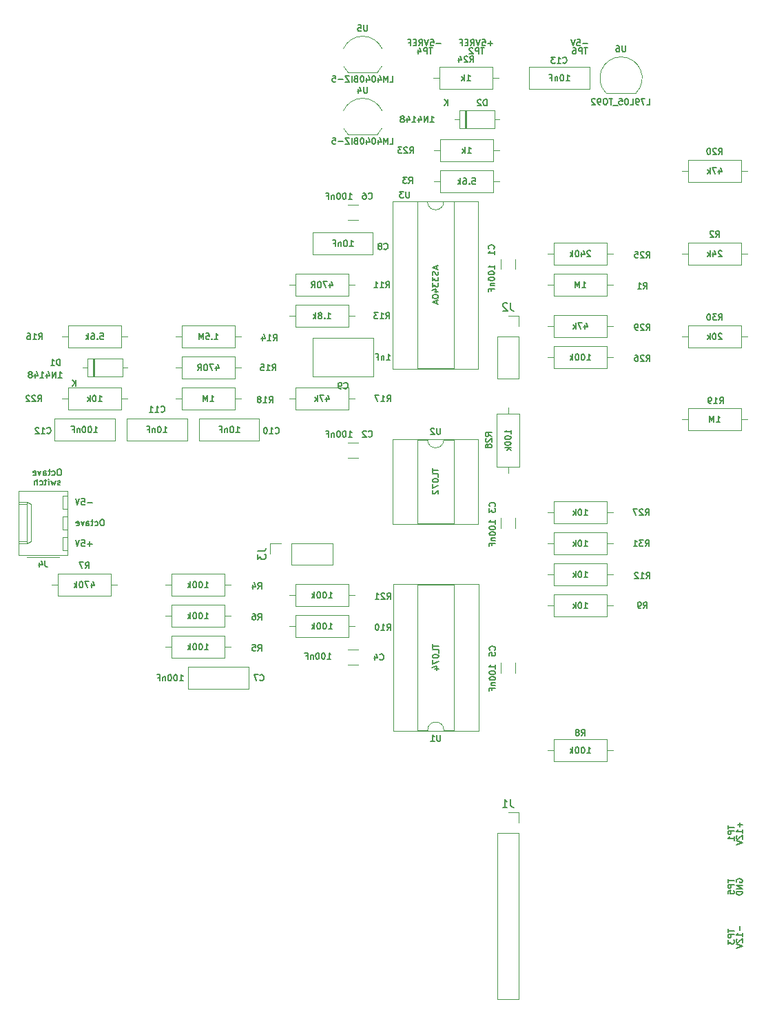
<source format=gbo>
G04 #@! TF.GenerationSoftware,KiCad,Pcbnew,6.0.1-79c1e3a40b~116~ubuntu20.04.1*
G04 #@! TF.CreationDate,2022-01-29T17:03:37-05:00*
G04 #@! TF.ProjectId,herovco_front,6865726f-7663-46f5-9f66-726f6e742e6b,rev?*
G04 #@! TF.SameCoordinates,Original*
G04 #@! TF.FileFunction,Legend,Bot*
G04 #@! TF.FilePolarity,Positive*
%FSLAX46Y46*%
G04 Gerber Fmt 4.6, Leading zero omitted, Abs format (unit mm)*
G04 Created by KiCad (PCBNEW 6.0.1-79c1e3a40b~116~ubuntu20.04.1) date 2022-01-29 17:03:37*
%MOMM*%
%LPD*%
G01*
G04 APERTURE LIST*
%ADD10C,0.150000*%
%ADD11C,0.120000*%
G04 APERTURE END LIST*
D10*
X110474642Y-103533571D02*
X109903214Y-103533571D01*
X110188928Y-103819285D02*
X110188928Y-103247857D01*
X109188928Y-103069285D02*
X109546071Y-103069285D01*
X109581785Y-103426428D01*
X109546071Y-103390714D01*
X109474642Y-103355000D01*
X109296071Y-103355000D01*
X109224642Y-103390714D01*
X109188928Y-103426428D01*
X109153214Y-103497857D01*
X109153214Y-103676428D01*
X109188928Y-103747857D01*
X109224642Y-103783571D01*
X109296071Y-103819285D01*
X109474642Y-103819285D01*
X109546071Y-103783571D01*
X109581785Y-103747857D01*
X108938928Y-103069285D02*
X108688928Y-103819285D01*
X108438928Y-103069285D01*
X106521571Y-94337535D02*
X106378714Y-94337535D01*
X106307285Y-94373250D01*
X106235857Y-94444678D01*
X106200142Y-94587535D01*
X106200142Y-94837535D01*
X106235857Y-94980392D01*
X106307285Y-95051821D01*
X106378714Y-95087535D01*
X106521571Y-95087535D01*
X106593000Y-95051821D01*
X106664428Y-94980392D01*
X106700142Y-94837535D01*
X106700142Y-94587535D01*
X106664428Y-94444678D01*
X106593000Y-94373250D01*
X106521571Y-94337535D01*
X105557285Y-95051821D02*
X105628714Y-95087535D01*
X105771571Y-95087535D01*
X105843000Y-95051821D01*
X105878714Y-95016107D01*
X105914428Y-94944678D01*
X105914428Y-94730392D01*
X105878714Y-94658964D01*
X105843000Y-94623250D01*
X105771571Y-94587535D01*
X105628714Y-94587535D01*
X105557285Y-94623250D01*
X105343000Y-94587535D02*
X105057285Y-94587535D01*
X105235857Y-94337535D02*
X105235857Y-94980392D01*
X105200142Y-95051821D01*
X105128714Y-95087535D01*
X105057285Y-95087535D01*
X104485857Y-95087535D02*
X104485857Y-94694678D01*
X104521571Y-94623250D01*
X104593000Y-94587535D01*
X104735857Y-94587535D01*
X104807285Y-94623250D01*
X104485857Y-95051821D02*
X104557285Y-95087535D01*
X104735857Y-95087535D01*
X104807285Y-95051821D01*
X104843000Y-94980392D01*
X104843000Y-94908964D01*
X104807285Y-94837535D01*
X104735857Y-94801821D01*
X104557285Y-94801821D01*
X104485857Y-94766107D01*
X104200142Y-94587535D02*
X104021571Y-95087535D01*
X103843000Y-94587535D01*
X103271571Y-95051821D02*
X103343000Y-95087535D01*
X103485857Y-95087535D01*
X103557285Y-95051821D01*
X103593000Y-94980392D01*
X103593000Y-94694678D01*
X103557285Y-94623250D01*
X103485857Y-94587535D01*
X103343000Y-94587535D01*
X103271571Y-94623250D01*
X103235857Y-94694678D01*
X103235857Y-94766107D01*
X103593000Y-94837535D01*
X106575142Y-96259321D02*
X106503714Y-96295035D01*
X106360857Y-96295035D01*
X106289428Y-96259321D01*
X106253714Y-96187892D01*
X106253714Y-96152178D01*
X106289428Y-96080750D01*
X106360857Y-96045035D01*
X106468000Y-96045035D01*
X106539428Y-96009321D01*
X106575142Y-95937892D01*
X106575142Y-95902178D01*
X106539428Y-95830750D01*
X106468000Y-95795035D01*
X106360857Y-95795035D01*
X106289428Y-95830750D01*
X106003714Y-95795035D02*
X105860857Y-96295035D01*
X105718000Y-95937892D01*
X105575142Y-96295035D01*
X105432285Y-95795035D01*
X105146571Y-96295035D02*
X105146571Y-95795035D01*
X105146571Y-95545035D02*
X105182285Y-95580750D01*
X105146571Y-95616464D01*
X105110857Y-95580750D01*
X105146571Y-95545035D01*
X105146571Y-95616464D01*
X104896571Y-95795035D02*
X104610857Y-95795035D01*
X104789428Y-95545035D02*
X104789428Y-96187892D01*
X104753714Y-96259321D01*
X104682285Y-96295035D01*
X104610857Y-96295035D01*
X104039428Y-96259321D02*
X104110857Y-96295035D01*
X104253714Y-96295035D01*
X104325142Y-96259321D01*
X104360857Y-96223607D01*
X104396571Y-96152178D01*
X104396571Y-95937892D01*
X104360857Y-95866464D01*
X104325142Y-95830750D01*
X104253714Y-95795035D01*
X104110857Y-95795035D01*
X104039428Y-95830750D01*
X103718000Y-96295035D02*
X103718000Y-95545035D01*
X103396571Y-96295035D02*
X103396571Y-95902178D01*
X103432285Y-95830750D01*
X103503714Y-95795035D01*
X103610857Y-95795035D01*
X103682285Y-95830750D01*
X103718000Y-95866464D01*
X110474642Y-98453571D02*
X109903214Y-98453571D01*
X109188928Y-97989285D02*
X109546071Y-97989285D01*
X109581785Y-98346428D01*
X109546071Y-98310714D01*
X109474642Y-98275000D01*
X109296071Y-98275000D01*
X109224642Y-98310714D01*
X109188928Y-98346428D01*
X109153214Y-98417857D01*
X109153214Y-98596428D01*
X109188928Y-98667857D01*
X109224642Y-98703571D01*
X109296071Y-98739285D01*
X109474642Y-98739285D01*
X109546071Y-98703571D01*
X109581785Y-98667857D01*
X108938928Y-97989285D02*
X108688928Y-98739285D01*
X108438928Y-97989285D01*
X111796071Y-100529285D02*
X111653214Y-100529285D01*
X111581785Y-100565000D01*
X111510357Y-100636428D01*
X111474642Y-100779285D01*
X111474642Y-101029285D01*
X111510357Y-101172142D01*
X111581785Y-101243571D01*
X111653214Y-101279285D01*
X111796071Y-101279285D01*
X111867500Y-101243571D01*
X111938928Y-101172142D01*
X111974642Y-101029285D01*
X111974642Y-100779285D01*
X111938928Y-100636428D01*
X111867500Y-100565000D01*
X111796071Y-100529285D01*
X110831785Y-101243571D02*
X110903214Y-101279285D01*
X111046071Y-101279285D01*
X111117500Y-101243571D01*
X111153214Y-101207857D01*
X111188928Y-101136428D01*
X111188928Y-100922142D01*
X111153214Y-100850714D01*
X111117500Y-100815000D01*
X111046071Y-100779285D01*
X110903214Y-100779285D01*
X110831785Y-100815000D01*
X110617500Y-100779285D02*
X110331785Y-100779285D01*
X110510357Y-100529285D02*
X110510357Y-101172142D01*
X110474642Y-101243571D01*
X110403214Y-101279285D01*
X110331785Y-101279285D01*
X109760357Y-101279285D02*
X109760357Y-100886428D01*
X109796071Y-100815000D01*
X109867500Y-100779285D01*
X110010357Y-100779285D01*
X110081785Y-100815000D01*
X109760357Y-101243571D02*
X109831785Y-101279285D01*
X110010357Y-101279285D01*
X110081785Y-101243571D01*
X110117500Y-101172142D01*
X110117500Y-101100714D01*
X110081785Y-101029285D01*
X110010357Y-100993571D01*
X109831785Y-100993571D01*
X109760357Y-100957857D01*
X109474642Y-100779285D02*
X109296071Y-101279285D01*
X109117500Y-100779285D01*
X108546071Y-101243571D02*
X108617500Y-101279285D01*
X108760357Y-101279285D01*
X108831785Y-101243571D01*
X108867500Y-101172142D01*
X108867500Y-100886428D01*
X108831785Y-100815000D01*
X108760357Y-100779285D01*
X108617500Y-100779285D01*
X108546071Y-100815000D01*
X108510357Y-100886428D01*
X108510357Y-100957857D01*
X108867500Y-101029285D01*
G04 #@! TO.C,TP5*
X188631285Y-144683571D02*
X188631285Y-145112142D01*
X189381285Y-144897857D02*
X188631285Y-144897857D01*
X189381285Y-145362142D02*
X188631285Y-145362142D01*
X188631285Y-145647857D01*
X188667000Y-145719285D01*
X188702714Y-145755000D01*
X188774142Y-145790714D01*
X188881285Y-145790714D01*
X188952714Y-145755000D01*
X188988428Y-145719285D01*
X189024142Y-145647857D01*
X189024142Y-145362142D01*
X188631285Y-146469285D02*
X188631285Y-146112142D01*
X188988428Y-146076428D01*
X188952714Y-146112142D01*
X188917000Y-146183571D01*
X188917000Y-146362142D01*
X188952714Y-146433571D01*
X188988428Y-146469285D01*
X189059857Y-146505000D01*
X189238428Y-146505000D01*
X189309857Y-146469285D01*
X189345571Y-146433571D01*
X189381285Y-146362142D01*
X189381285Y-146183571D01*
X189345571Y-146112142D01*
X189309857Y-146076428D01*
X189683000Y-145058571D02*
X189647285Y-144987142D01*
X189647285Y-144880000D01*
X189683000Y-144772857D01*
X189754428Y-144701428D01*
X189825857Y-144665714D01*
X189968714Y-144630000D01*
X190075857Y-144630000D01*
X190218714Y-144665714D01*
X190290142Y-144701428D01*
X190361571Y-144772857D01*
X190397285Y-144880000D01*
X190397285Y-144951428D01*
X190361571Y-145058571D01*
X190325857Y-145094285D01*
X190075857Y-145094285D01*
X190075857Y-144951428D01*
X190397285Y-145415714D02*
X189647285Y-145415714D01*
X190397285Y-145844285D01*
X189647285Y-145844285D01*
X190397285Y-146201428D02*
X189647285Y-146201428D01*
X189647285Y-146380000D01*
X189683000Y-146487142D01*
X189754428Y-146558571D01*
X189825857Y-146594285D01*
X189968714Y-146630000D01*
X190075857Y-146630000D01*
X190218714Y-146594285D01*
X190290142Y-146558571D01*
X190361571Y-146487142D01*
X190397285Y-146380000D01*
X190397285Y-146201428D01*
G04 #@! TO.C,TP4*
X152316428Y-42617285D02*
X151887857Y-42617285D01*
X152102142Y-43367285D02*
X152102142Y-42617285D01*
X151637857Y-43367285D02*
X151637857Y-42617285D01*
X151352142Y-42617285D01*
X151280714Y-42653000D01*
X151245000Y-42688714D01*
X151209285Y-42760142D01*
X151209285Y-42867285D01*
X151245000Y-42938714D01*
X151280714Y-42974428D01*
X151352142Y-43010142D01*
X151637857Y-43010142D01*
X150566428Y-42867285D02*
X150566428Y-43367285D01*
X150745000Y-42581571D02*
X150923571Y-43117285D01*
X150459285Y-43117285D01*
X153370000Y-42065571D02*
X152798571Y-42065571D01*
X152084285Y-41601285D02*
X152441428Y-41601285D01*
X152477142Y-41958428D01*
X152441428Y-41922714D01*
X152370000Y-41887000D01*
X152191428Y-41887000D01*
X152120000Y-41922714D01*
X152084285Y-41958428D01*
X152048571Y-42029857D01*
X152048571Y-42208428D01*
X152084285Y-42279857D01*
X152120000Y-42315571D01*
X152191428Y-42351285D01*
X152370000Y-42351285D01*
X152441428Y-42315571D01*
X152477142Y-42279857D01*
X151834285Y-41601285D02*
X151584285Y-42351285D01*
X151334285Y-41601285D01*
X150655714Y-42351285D02*
X150905714Y-41994142D01*
X151084285Y-42351285D02*
X151084285Y-41601285D01*
X150798571Y-41601285D01*
X150727142Y-41637000D01*
X150691428Y-41672714D01*
X150655714Y-41744142D01*
X150655714Y-41851285D01*
X150691428Y-41922714D01*
X150727142Y-41958428D01*
X150798571Y-41994142D01*
X151084285Y-41994142D01*
X150334285Y-41958428D02*
X150084285Y-41958428D01*
X149977142Y-42351285D02*
X150334285Y-42351285D01*
X150334285Y-41601285D01*
X149977142Y-41601285D01*
X149405714Y-41958428D02*
X149655714Y-41958428D01*
X149655714Y-42351285D02*
X149655714Y-41601285D01*
X149298571Y-41601285D01*
G04 #@! TO.C,TP3*
X190111571Y-150418571D02*
X190111571Y-150990000D01*
X190397285Y-151740000D02*
X190397285Y-151311428D01*
X190397285Y-151525714D02*
X189647285Y-151525714D01*
X189754428Y-151454285D01*
X189825857Y-151382857D01*
X189861571Y-151311428D01*
X189718714Y-152025714D02*
X189683000Y-152061428D01*
X189647285Y-152132857D01*
X189647285Y-152311428D01*
X189683000Y-152382857D01*
X189718714Y-152418571D01*
X189790142Y-152454285D01*
X189861571Y-152454285D01*
X189968714Y-152418571D01*
X190397285Y-151990000D01*
X190397285Y-152454285D01*
X189647285Y-152668571D02*
X190397285Y-152918571D01*
X189647285Y-153168571D01*
X188631285Y-150793571D02*
X188631285Y-151222142D01*
X189381285Y-151007857D02*
X188631285Y-151007857D01*
X189381285Y-151472142D02*
X188631285Y-151472142D01*
X188631285Y-151757857D01*
X188667000Y-151829285D01*
X188702714Y-151865000D01*
X188774142Y-151900714D01*
X188881285Y-151900714D01*
X188952714Y-151865000D01*
X188988428Y-151829285D01*
X189024142Y-151757857D01*
X189024142Y-151472142D01*
X188631285Y-152150714D02*
X188631285Y-152615000D01*
X188917000Y-152365000D01*
X188917000Y-152472142D01*
X188952714Y-152543571D01*
X188988428Y-152579285D01*
X189059857Y-152615000D01*
X189238428Y-152615000D01*
X189309857Y-152579285D01*
X189345571Y-152543571D01*
X189381285Y-152472142D01*
X189381285Y-152257857D01*
X189345571Y-152186428D01*
X189309857Y-152150714D01*
G04 #@! TO.C,TP1*
X190111571Y-137718571D02*
X190111571Y-138290000D01*
X190397285Y-138004285D02*
X189825857Y-138004285D01*
X190397285Y-139040000D02*
X190397285Y-138611428D01*
X190397285Y-138825714D02*
X189647285Y-138825714D01*
X189754428Y-138754285D01*
X189825857Y-138682857D01*
X189861571Y-138611428D01*
X189718714Y-139325714D02*
X189683000Y-139361428D01*
X189647285Y-139432857D01*
X189647285Y-139611428D01*
X189683000Y-139682857D01*
X189718714Y-139718571D01*
X189790142Y-139754285D01*
X189861571Y-139754285D01*
X189968714Y-139718571D01*
X190397285Y-139290000D01*
X190397285Y-139754285D01*
X189647285Y-139968571D02*
X190397285Y-140218571D01*
X189647285Y-140468571D01*
X188631285Y-138093571D02*
X188631285Y-138522142D01*
X189381285Y-138307857D02*
X188631285Y-138307857D01*
X189381285Y-138772142D02*
X188631285Y-138772142D01*
X188631285Y-139057857D01*
X188667000Y-139129285D01*
X188702714Y-139165000D01*
X188774142Y-139200714D01*
X188881285Y-139200714D01*
X188952714Y-139165000D01*
X188988428Y-139129285D01*
X189024142Y-139057857D01*
X189024142Y-138772142D01*
X189381285Y-139915000D02*
X189381285Y-139486428D01*
X189381285Y-139700714D02*
X188631285Y-139700714D01*
X188738428Y-139629285D01*
X188809857Y-139557857D01*
X188845571Y-139486428D01*
G04 #@! TO.C,TP2*
X159720000Y-42065571D02*
X159148571Y-42065571D01*
X159434285Y-42351285D02*
X159434285Y-41779857D01*
X158434285Y-41601285D02*
X158791428Y-41601285D01*
X158827142Y-41958428D01*
X158791428Y-41922714D01*
X158720000Y-41887000D01*
X158541428Y-41887000D01*
X158470000Y-41922714D01*
X158434285Y-41958428D01*
X158398571Y-42029857D01*
X158398571Y-42208428D01*
X158434285Y-42279857D01*
X158470000Y-42315571D01*
X158541428Y-42351285D01*
X158720000Y-42351285D01*
X158791428Y-42315571D01*
X158827142Y-42279857D01*
X158184285Y-41601285D02*
X157934285Y-42351285D01*
X157684285Y-41601285D01*
X157005714Y-42351285D02*
X157255714Y-41994142D01*
X157434285Y-42351285D02*
X157434285Y-41601285D01*
X157148571Y-41601285D01*
X157077142Y-41637000D01*
X157041428Y-41672714D01*
X157005714Y-41744142D01*
X157005714Y-41851285D01*
X157041428Y-41922714D01*
X157077142Y-41958428D01*
X157148571Y-41994142D01*
X157434285Y-41994142D01*
X156684285Y-41958428D02*
X156434285Y-41958428D01*
X156327142Y-42351285D02*
X156684285Y-42351285D01*
X156684285Y-41601285D01*
X156327142Y-41601285D01*
X155755714Y-41958428D02*
X156005714Y-41958428D01*
X156005714Y-42351285D02*
X156005714Y-41601285D01*
X155648571Y-41601285D01*
X158666428Y-42617285D02*
X158237857Y-42617285D01*
X158452142Y-43367285D02*
X158452142Y-42617285D01*
X157987857Y-43367285D02*
X157987857Y-42617285D01*
X157702142Y-42617285D01*
X157630714Y-42653000D01*
X157595000Y-42688714D01*
X157559285Y-42760142D01*
X157559285Y-42867285D01*
X157595000Y-42938714D01*
X157630714Y-42974428D01*
X157702142Y-43010142D01*
X157987857Y-43010142D01*
X157273571Y-42688714D02*
X157237857Y-42653000D01*
X157166428Y-42617285D01*
X156987857Y-42617285D01*
X156916428Y-42653000D01*
X156880714Y-42688714D01*
X156845000Y-42760142D01*
X156845000Y-42831571D01*
X156880714Y-42938714D01*
X157309285Y-43367285D01*
X156845000Y-43367285D01*
G04 #@! TO.C,TP6*
X171384285Y-42065571D02*
X170812857Y-42065571D01*
X170098571Y-41601285D02*
X170455714Y-41601285D01*
X170491428Y-41958428D01*
X170455714Y-41922714D01*
X170384285Y-41887000D01*
X170205714Y-41887000D01*
X170134285Y-41922714D01*
X170098571Y-41958428D01*
X170062857Y-42029857D01*
X170062857Y-42208428D01*
X170098571Y-42279857D01*
X170134285Y-42315571D01*
X170205714Y-42351285D01*
X170384285Y-42351285D01*
X170455714Y-42315571D01*
X170491428Y-42279857D01*
X169848571Y-41601285D02*
X169598571Y-42351285D01*
X169348571Y-41601285D01*
X171366428Y-42617285D02*
X170937857Y-42617285D01*
X171152142Y-43367285D02*
X171152142Y-42617285D01*
X170687857Y-43367285D02*
X170687857Y-42617285D01*
X170402142Y-42617285D01*
X170330714Y-42653000D01*
X170295000Y-42688714D01*
X170259285Y-42760142D01*
X170259285Y-42867285D01*
X170295000Y-42938714D01*
X170330714Y-42974428D01*
X170402142Y-43010142D01*
X170687857Y-43010142D01*
X169616428Y-42617285D02*
X169759285Y-42617285D01*
X169830714Y-42653000D01*
X169866428Y-42688714D01*
X169937857Y-42795857D01*
X169973571Y-42938714D01*
X169973571Y-43224428D01*
X169937857Y-43295857D01*
X169902142Y-43331571D01*
X169830714Y-43367285D01*
X169687857Y-43367285D01*
X169616428Y-43331571D01*
X169580714Y-43295857D01*
X169545000Y-43224428D01*
X169545000Y-43045857D01*
X169580714Y-42974428D01*
X169616428Y-42938714D01*
X169687857Y-42903000D01*
X169830714Y-42903000D01*
X169902142Y-42938714D01*
X169937857Y-42974428D01*
X169973571Y-43045857D01*
G04 #@! TO.C,R17*
X146725142Y-86039285D02*
X146975142Y-85682142D01*
X147153714Y-86039285D02*
X147153714Y-85289285D01*
X146868000Y-85289285D01*
X146796571Y-85325000D01*
X146760857Y-85360714D01*
X146725142Y-85432142D01*
X146725142Y-85539285D01*
X146760857Y-85610714D01*
X146796571Y-85646428D01*
X146868000Y-85682142D01*
X147153714Y-85682142D01*
X146010857Y-86039285D02*
X146439428Y-86039285D01*
X146225142Y-86039285D02*
X146225142Y-85289285D01*
X146296571Y-85396428D01*
X146368000Y-85467857D01*
X146439428Y-85503571D01*
X145760857Y-85289285D02*
X145260857Y-85289285D01*
X145582285Y-86039285D01*
X139267857Y-85539285D02*
X139267857Y-86039285D01*
X139446428Y-85253571D02*
X139625000Y-85789285D01*
X139160714Y-85789285D01*
X138946428Y-85289285D02*
X138446428Y-85289285D01*
X138767857Y-86039285D01*
X138160714Y-86039285D02*
X138160714Y-85289285D01*
X138089285Y-85753571D02*
X137875000Y-86039285D01*
X137875000Y-85539285D02*
X138160714Y-85825000D01*
G04 #@! TO.C,C8*
X146368000Y-67298857D02*
X146403714Y-67334571D01*
X146510857Y-67370285D01*
X146582285Y-67370285D01*
X146689428Y-67334571D01*
X146760857Y-67263142D01*
X146796571Y-67191714D01*
X146832285Y-67048857D01*
X146832285Y-66941714D01*
X146796571Y-66798857D01*
X146760857Y-66727428D01*
X146689428Y-66656000D01*
X146582285Y-66620285D01*
X146510857Y-66620285D01*
X146403714Y-66656000D01*
X146368000Y-66691714D01*
X145939428Y-66941714D02*
X146010857Y-66906000D01*
X146046571Y-66870285D01*
X146082285Y-66798857D01*
X146082285Y-66763142D01*
X146046571Y-66691714D01*
X146010857Y-66656000D01*
X145939428Y-66620285D01*
X145796571Y-66620285D01*
X145725142Y-66656000D01*
X145689428Y-66691714D01*
X145653714Y-66763142D01*
X145653714Y-66798857D01*
X145689428Y-66870285D01*
X145725142Y-66906000D01*
X145796571Y-66941714D01*
X145939428Y-66941714D01*
X146010857Y-66977428D01*
X146046571Y-67013142D01*
X146082285Y-67084571D01*
X146082285Y-67227428D01*
X146046571Y-67298857D01*
X146010857Y-67334571D01*
X145939428Y-67370285D01*
X145796571Y-67370285D01*
X145725142Y-67334571D01*
X145689428Y-67298857D01*
X145653714Y-67227428D01*
X145653714Y-67084571D01*
X145689428Y-67013142D01*
X145725142Y-66977428D01*
X145796571Y-66941714D01*
X142133571Y-66989285D02*
X142562142Y-66989285D01*
X142347857Y-66989285D02*
X142347857Y-66239285D01*
X142419285Y-66346428D01*
X142490714Y-66417857D01*
X142562142Y-66453571D01*
X141669285Y-66239285D02*
X141597857Y-66239285D01*
X141526428Y-66275000D01*
X141490714Y-66310714D01*
X141455000Y-66382142D01*
X141419285Y-66525000D01*
X141419285Y-66703571D01*
X141455000Y-66846428D01*
X141490714Y-66917857D01*
X141526428Y-66953571D01*
X141597857Y-66989285D01*
X141669285Y-66989285D01*
X141740714Y-66953571D01*
X141776428Y-66917857D01*
X141812142Y-66846428D01*
X141847857Y-66703571D01*
X141847857Y-66525000D01*
X141812142Y-66382142D01*
X141776428Y-66310714D01*
X141740714Y-66275000D01*
X141669285Y-66239285D01*
X141097857Y-66489285D02*
X141097857Y-66989285D01*
X141097857Y-66560714D02*
X141062142Y-66525000D01*
X140990714Y-66489285D01*
X140883571Y-66489285D01*
X140812142Y-66525000D01*
X140776428Y-66596428D01*
X140776428Y-66989285D01*
X140169285Y-66596428D02*
X140419285Y-66596428D01*
X140419285Y-66989285D02*
X140419285Y-66239285D01*
X140062142Y-66239285D01*
G04 #@! TO.C,R30*
X187492142Y-76049285D02*
X187742142Y-75692142D01*
X187920714Y-76049285D02*
X187920714Y-75299285D01*
X187635000Y-75299285D01*
X187563571Y-75335000D01*
X187527857Y-75370714D01*
X187492142Y-75442142D01*
X187492142Y-75549285D01*
X187527857Y-75620714D01*
X187563571Y-75656428D01*
X187635000Y-75692142D01*
X187920714Y-75692142D01*
X187242142Y-75299285D02*
X186777857Y-75299285D01*
X187027857Y-75585000D01*
X186920714Y-75585000D01*
X186849285Y-75620714D01*
X186813571Y-75656428D01*
X186777857Y-75727857D01*
X186777857Y-75906428D01*
X186813571Y-75977857D01*
X186849285Y-76013571D01*
X186920714Y-76049285D01*
X187135000Y-76049285D01*
X187206428Y-76013571D01*
X187242142Y-75977857D01*
X186313571Y-75299285D02*
X186242142Y-75299285D01*
X186170714Y-75335000D01*
X186135000Y-75370714D01*
X186099285Y-75442142D01*
X186063571Y-75585000D01*
X186063571Y-75763571D01*
X186099285Y-75906428D01*
X186135000Y-75977857D01*
X186170714Y-76013571D01*
X186242142Y-76049285D01*
X186313571Y-76049285D01*
X186385000Y-76013571D01*
X186420714Y-75977857D01*
X186456428Y-75906428D01*
X186492142Y-75763571D01*
X186492142Y-75585000D01*
X186456428Y-75442142D01*
X186420714Y-75370714D01*
X186385000Y-75335000D01*
X186313571Y-75299285D01*
X187885000Y-77740714D02*
X187849285Y-77705000D01*
X187777857Y-77669285D01*
X187599285Y-77669285D01*
X187527857Y-77705000D01*
X187492142Y-77740714D01*
X187456428Y-77812142D01*
X187456428Y-77883571D01*
X187492142Y-77990714D01*
X187920714Y-78419285D01*
X187456428Y-78419285D01*
X186992142Y-77669285D02*
X186920714Y-77669285D01*
X186849285Y-77705000D01*
X186813571Y-77740714D01*
X186777857Y-77812142D01*
X186742142Y-77955000D01*
X186742142Y-78133571D01*
X186777857Y-78276428D01*
X186813571Y-78347857D01*
X186849285Y-78383571D01*
X186920714Y-78419285D01*
X186992142Y-78419285D01*
X187063571Y-78383571D01*
X187099285Y-78347857D01*
X187135000Y-78276428D01*
X187170714Y-78133571D01*
X187170714Y-77955000D01*
X187135000Y-77812142D01*
X187099285Y-77740714D01*
X187063571Y-77705000D01*
X186992142Y-77669285D01*
X186420714Y-78419285D02*
X186420714Y-77669285D01*
X186349285Y-78133571D02*
X186135000Y-78419285D01*
X186135000Y-77919285D02*
X186420714Y-78205000D01*
G04 #@! TO.C,R28*
X159579285Y-90297857D02*
X159222142Y-90047857D01*
X159579285Y-89869285D02*
X158829285Y-89869285D01*
X158829285Y-90155000D01*
X158865000Y-90226428D01*
X158900714Y-90262142D01*
X158972142Y-90297857D01*
X159079285Y-90297857D01*
X159150714Y-90262142D01*
X159186428Y-90226428D01*
X159222142Y-90155000D01*
X159222142Y-89869285D01*
X158900714Y-90583571D02*
X158865000Y-90619285D01*
X158829285Y-90690714D01*
X158829285Y-90869285D01*
X158865000Y-90940714D01*
X158900714Y-90976428D01*
X158972142Y-91012142D01*
X159043571Y-91012142D01*
X159150714Y-90976428D01*
X159579285Y-90547857D01*
X159579285Y-91012142D01*
X159150714Y-91440714D02*
X159115000Y-91369285D01*
X159079285Y-91333571D01*
X159007857Y-91297857D01*
X158972142Y-91297857D01*
X158900714Y-91333571D01*
X158865000Y-91369285D01*
X158829285Y-91440714D01*
X158829285Y-91583571D01*
X158865000Y-91655000D01*
X158900714Y-91690714D01*
X158972142Y-91726428D01*
X159007857Y-91726428D01*
X159079285Y-91690714D01*
X159115000Y-91655000D01*
X159150714Y-91583571D01*
X159150714Y-91440714D01*
X159186428Y-91369285D01*
X159222142Y-91333571D01*
X159293571Y-91297857D01*
X159436428Y-91297857D01*
X159507857Y-91333571D01*
X159543571Y-91369285D01*
X159579285Y-91440714D01*
X159579285Y-91583571D01*
X159543571Y-91655000D01*
X159507857Y-91690714D01*
X159436428Y-91726428D01*
X159293571Y-91726428D01*
X159222142Y-91690714D01*
X159186428Y-91655000D01*
X159150714Y-91583571D01*
X161949285Y-89976428D02*
X161949285Y-89547857D01*
X161949285Y-89762142D02*
X161199285Y-89762142D01*
X161306428Y-89690714D01*
X161377857Y-89619285D01*
X161413571Y-89547857D01*
X161199285Y-90440714D02*
X161199285Y-90512142D01*
X161235000Y-90583571D01*
X161270714Y-90619285D01*
X161342142Y-90655000D01*
X161485000Y-90690714D01*
X161663571Y-90690714D01*
X161806428Y-90655000D01*
X161877857Y-90619285D01*
X161913571Y-90583571D01*
X161949285Y-90512142D01*
X161949285Y-90440714D01*
X161913571Y-90369285D01*
X161877857Y-90333571D01*
X161806428Y-90297857D01*
X161663571Y-90262142D01*
X161485000Y-90262142D01*
X161342142Y-90297857D01*
X161270714Y-90333571D01*
X161235000Y-90369285D01*
X161199285Y-90440714D01*
X161199285Y-91155000D02*
X161199285Y-91226428D01*
X161235000Y-91297857D01*
X161270714Y-91333571D01*
X161342142Y-91369285D01*
X161485000Y-91405000D01*
X161663571Y-91405000D01*
X161806428Y-91369285D01*
X161877857Y-91333571D01*
X161913571Y-91297857D01*
X161949285Y-91226428D01*
X161949285Y-91155000D01*
X161913571Y-91083571D01*
X161877857Y-91047857D01*
X161806428Y-91012142D01*
X161663571Y-90976428D01*
X161485000Y-90976428D01*
X161342142Y-91012142D01*
X161270714Y-91047857D01*
X161235000Y-91083571D01*
X161199285Y-91155000D01*
X161949285Y-91726428D02*
X161199285Y-91726428D01*
X161663571Y-91797857D02*
X161949285Y-92012142D01*
X161449285Y-92012142D02*
X161735000Y-91726428D01*
G04 #@! TO.C,R29*
X178602142Y-77276285D02*
X178852142Y-76919142D01*
X179030714Y-77276285D02*
X179030714Y-76526285D01*
X178745000Y-76526285D01*
X178673571Y-76562000D01*
X178637857Y-76597714D01*
X178602142Y-76669142D01*
X178602142Y-76776285D01*
X178637857Y-76847714D01*
X178673571Y-76883428D01*
X178745000Y-76919142D01*
X179030714Y-76919142D01*
X178316428Y-76597714D02*
X178280714Y-76562000D01*
X178209285Y-76526285D01*
X178030714Y-76526285D01*
X177959285Y-76562000D01*
X177923571Y-76597714D01*
X177887857Y-76669142D01*
X177887857Y-76740571D01*
X177923571Y-76847714D01*
X178352142Y-77276285D01*
X177887857Y-77276285D01*
X177530714Y-77276285D02*
X177387857Y-77276285D01*
X177316428Y-77240571D01*
X177280714Y-77204857D01*
X177209285Y-77097714D01*
X177173571Y-76954857D01*
X177173571Y-76669142D01*
X177209285Y-76597714D01*
X177245000Y-76562000D01*
X177316428Y-76526285D01*
X177459285Y-76526285D01*
X177530714Y-76562000D01*
X177566428Y-76597714D01*
X177602142Y-76669142D01*
X177602142Y-76847714D01*
X177566428Y-76919142D01*
X177530714Y-76954857D01*
X177459285Y-76990571D01*
X177316428Y-76990571D01*
X177245000Y-76954857D01*
X177209285Y-76919142D01*
X177173571Y-76847714D01*
X171017857Y-76649285D02*
X171017857Y-77149285D01*
X171196428Y-76363571D02*
X171375000Y-76899285D01*
X170910714Y-76899285D01*
X170696428Y-76399285D02*
X170196428Y-76399285D01*
X170517857Y-77149285D01*
X169910714Y-77149285D02*
X169910714Y-76399285D01*
X169839285Y-76863571D02*
X169625000Y-77149285D01*
X169625000Y-76649285D02*
X169910714Y-76935000D01*
G04 #@! TO.C,R15*
X132628142Y-82229285D02*
X132878142Y-81872142D01*
X133056714Y-82229285D02*
X133056714Y-81479285D01*
X132771000Y-81479285D01*
X132699571Y-81515000D01*
X132663857Y-81550714D01*
X132628142Y-81622142D01*
X132628142Y-81729285D01*
X132663857Y-81800714D01*
X132699571Y-81836428D01*
X132771000Y-81872142D01*
X133056714Y-81872142D01*
X131913857Y-82229285D02*
X132342428Y-82229285D01*
X132128142Y-82229285D02*
X132128142Y-81479285D01*
X132199571Y-81586428D01*
X132271000Y-81657857D01*
X132342428Y-81693571D01*
X131235285Y-81479285D02*
X131592428Y-81479285D01*
X131628142Y-81836428D01*
X131592428Y-81800714D01*
X131521000Y-81765000D01*
X131342428Y-81765000D01*
X131271000Y-81800714D01*
X131235285Y-81836428D01*
X131199571Y-81907857D01*
X131199571Y-82086428D01*
X131235285Y-82157857D01*
X131271000Y-82193571D01*
X131342428Y-82229285D01*
X131521000Y-82229285D01*
X131592428Y-82193571D01*
X131628142Y-82157857D01*
X125726428Y-81729285D02*
X125726428Y-82229285D01*
X125905000Y-81443571D02*
X126083571Y-81979285D01*
X125619285Y-81979285D01*
X125405000Y-81479285D02*
X124905000Y-81479285D01*
X125226428Y-82229285D01*
X124476428Y-81479285D02*
X124405000Y-81479285D01*
X124333571Y-81515000D01*
X124297857Y-81550714D01*
X124262142Y-81622142D01*
X124226428Y-81765000D01*
X124226428Y-81943571D01*
X124262142Y-82086428D01*
X124297857Y-82157857D01*
X124333571Y-82193571D01*
X124405000Y-82229285D01*
X124476428Y-82229285D01*
X124547857Y-82193571D01*
X124583571Y-82157857D01*
X124619285Y-82086428D01*
X124655000Y-81943571D01*
X124655000Y-81765000D01*
X124619285Y-81622142D01*
X124583571Y-81550714D01*
X124547857Y-81515000D01*
X124476428Y-81479285D01*
X123476428Y-82229285D02*
X123726428Y-81872142D01*
X123905000Y-82229285D02*
X123905000Y-81479285D01*
X123619285Y-81479285D01*
X123547857Y-81515000D01*
X123512142Y-81550714D01*
X123476428Y-81622142D01*
X123476428Y-81729285D01*
X123512142Y-81800714D01*
X123547857Y-81836428D01*
X123619285Y-81872142D01*
X123905000Y-81872142D01*
G04 #@! TO.C,R10*
X146725142Y-114106285D02*
X146975142Y-113749142D01*
X147153714Y-114106285D02*
X147153714Y-113356285D01*
X146868000Y-113356285D01*
X146796571Y-113392000D01*
X146760857Y-113427714D01*
X146725142Y-113499142D01*
X146725142Y-113606285D01*
X146760857Y-113677714D01*
X146796571Y-113713428D01*
X146868000Y-113749142D01*
X147153714Y-113749142D01*
X146010857Y-114106285D02*
X146439428Y-114106285D01*
X146225142Y-114106285D02*
X146225142Y-113356285D01*
X146296571Y-113463428D01*
X146368000Y-113534857D01*
X146439428Y-113570571D01*
X145546571Y-113356285D02*
X145475142Y-113356285D01*
X145403714Y-113392000D01*
X145368000Y-113427714D01*
X145332285Y-113499142D01*
X145296571Y-113642000D01*
X145296571Y-113820571D01*
X145332285Y-113963428D01*
X145368000Y-114034857D01*
X145403714Y-114070571D01*
X145475142Y-114106285D01*
X145546571Y-114106285D01*
X145618000Y-114070571D01*
X145653714Y-114034857D01*
X145689428Y-113963428D01*
X145725142Y-113820571D01*
X145725142Y-113642000D01*
X145689428Y-113499142D01*
X145653714Y-113427714D01*
X145618000Y-113392000D01*
X145546571Y-113356285D01*
X139553571Y-113979285D02*
X139982142Y-113979285D01*
X139767857Y-113979285D02*
X139767857Y-113229285D01*
X139839285Y-113336428D01*
X139910714Y-113407857D01*
X139982142Y-113443571D01*
X139089285Y-113229285D02*
X139017857Y-113229285D01*
X138946428Y-113265000D01*
X138910714Y-113300714D01*
X138875000Y-113372142D01*
X138839285Y-113515000D01*
X138839285Y-113693571D01*
X138875000Y-113836428D01*
X138910714Y-113907857D01*
X138946428Y-113943571D01*
X139017857Y-113979285D01*
X139089285Y-113979285D01*
X139160714Y-113943571D01*
X139196428Y-113907857D01*
X139232142Y-113836428D01*
X139267857Y-113693571D01*
X139267857Y-113515000D01*
X139232142Y-113372142D01*
X139196428Y-113300714D01*
X139160714Y-113265000D01*
X139089285Y-113229285D01*
X138375000Y-113229285D02*
X138303571Y-113229285D01*
X138232142Y-113265000D01*
X138196428Y-113300714D01*
X138160714Y-113372142D01*
X138125000Y-113515000D01*
X138125000Y-113693571D01*
X138160714Y-113836428D01*
X138196428Y-113907857D01*
X138232142Y-113943571D01*
X138303571Y-113979285D01*
X138375000Y-113979285D01*
X138446428Y-113943571D01*
X138482142Y-113907857D01*
X138517857Y-113836428D01*
X138553571Y-113693571D01*
X138553571Y-113515000D01*
X138517857Y-113372142D01*
X138482142Y-113300714D01*
X138446428Y-113265000D01*
X138375000Y-113229285D01*
X137803571Y-113979285D02*
X137803571Y-113229285D01*
X137732142Y-113693571D02*
X137517857Y-113979285D01*
X137517857Y-113479285D02*
X137803571Y-113765000D01*
G04 #@! TO.C,R4*
X130874000Y-109026285D02*
X131124000Y-108669142D01*
X131302571Y-109026285D02*
X131302571Y-108276285D01*
X131016857Y-108276285D01*
X130945428Y-108312000D01*
X130909714Y-108347714D01*
X130874000Y-108419142D01*
X130874000Y-108526285D01*
X130909714Y-108597714D01*
X130945428Y-108633428D01*
X131016857Y-108669142D01*
X131302571Y-108669142D01*
X130231142Y-108526285D02*
X130231142Y-109026285D01*
X130409714Y-108240571D02*
X130588285Y-108776285D01*
X130124000Y-108776285D01*
X124313571Y-108899285D02*
X124742142Y-108899285D01*
X124527857Y-108899285D02*
X124527857Y-108149285D01*
X124599285Y-108256428D01*
X124670714Y-108327857D01*
X124742142Y-108363571D01*
X123849285Y-108149285D02*
X123777857Y-108149285D01*
X123706428Y-108185000D01*
X123670714Y-108220714D01*
X123635000Y-108292142D01*
X123599285Y-108435000D01*
X123599285Y-108613571D01*
X123635000Y-108756428D01*
X123670714Y-108827857D01*
X123706428Y-108863571D01*
X123777857Y-108899285D01*
X123849285Y-108899285D01*
X123920714Y-108863571D01*
X123956428Y-108827857D01*
X123992142Y-108756428D01*
X124027857Y-108613571D01*
X124027857Y-108435000D01*
X123992142Y-108292142D01*
X123956428Y-108220714D01*
X123920714Y-108185000D01*
X123849285Y-108149285D01*
X123135000Y-108149285D02*
X123063571Y-108149285D01*
X122992142Y-108185000D01*
X122956428Y-108220714D01*
X122920714Y-108292142D01*
X122885000Y-108435000D01*
X122885000Y-108613571D01*
X122920714Y-108756428D01*
X122956428Y-108827857D01*
X122992142Y-108863571D01*
X123063571Y-108899285D01*
X123135000Y-108899285D01*
X123206428Y-108863571D01*
X123242142Y-108827857D01*
X123277857Y-108756428D01*
X123313571Y-108613571D01*
X123313571Y-108435000D01*
X123277857Y-108292142D01*
X123242142Y-108220714D01*
X123206428Y-108185000D01*
X123135000Y-108149285D01*
X122563571Y-108899285D02*
X122563571Y-108149285D01*
X122492142Y-108613571D02*
X122277857Y-108899285D01*
X122277857Y-108399285D02*
X122563571Y-108685000D01*
G04 #@! TO.C,U6*
X176071428Y-42359285D02*
X176071428Y-42966428D01*
X176035714Y-43037857D01*
X176000000Y-43073571D01*
X175928571Y-43109285D01*
X175785714Y-43109285D01*
X175714285Y-43073571D01*
X175678571Y-43037857D01*
X175642857Y-42966428D01*
X175642857Y-42359285D01*
X174964285Y-42359285D02*
X175107142Y-42359285D01*
X175178571Y-42395000D01*
X175214285Y-42430714D01*
X175285714Y-42537857D01*
X175321428Y-42680714D01*
X175321428Y-42966428D01*
X175285714Y-43037857D01*
X175250000Y-43073571D01*
X175178571Y-43109285D01*
X175035714Y-43109285D01*
X174964285Y-43073571D01*
X174928571Y-43037857D01*
X174892857Y-42966428D01*
X174892857Y-42787857D01*
X174928571Y-42716428D01*
X174964285Y-42680714D01*
X175035714Y-42645000D01*
X175178571Y-42645000D01*
X175250000Y-42680714D01*
X175285714Y-42716428D01*
X175321428Y-42787857D01*
X178631571Y-49590285D02*
X178988714Y-49590285D01*
X178988714Y-48840285D01*
X178453000Y-48840285D02*
X177953000Y-48840285D01*
X178274428Y-49590285D01*
X177631571Y-49590285D02*
X177488714Y-49590285D01*
X177417285Y-49554571D01*
X177381571Y-49518857D01*
X177310142Y-49411714D01*
X177274428Y-49268857D01*
X177274428Y-48983142D01*
X177310142Y-48911714D01*
X177345857Y-48876000D01*
X177417285Y-48840285D01*
X177560142Y-48840285D01*
X177631571Y-48876000D01*
X177667285Y-48911714D01*
X177703000Y-48983142D01*
X177703000Y-49161714D01*
X177667285Y-49233142D01*
X177631571Y-49268857D01*
X177560142Y-49304571D01*
X177417285Y-49304571D01*
X177345857Y-49268857D01*
X177310142Y-49233142D01*
X177274428Y-49161714D01*
X176595857Y-49590285D02*
X176953000Y-49590285D01*
X176953000Y-48840285D01*
X176203000Y-48840285D02*
X176131571Y-48840285D01*
X176060142Y-48876000D01*
X176024428Y-48911714D01*
X175988714Y-48983142D01*
X175953000Y-49126000D01*
X175953000Y-49304571D01*
X175988714Y-49447428D01*
X176024428Y-49518857D01*
X176060142Y-49554571D01*
X176131571Y-49590285D01*
X176203000Y-49590285D01*
X176274428Y-49554571D01*
X176310142Y-49518857D01*
X176345857Y-49447428D01*
X176381571Y-49304571D01*
X176381571Y-49126000D01*
X176345857Y-48983142D01*
X176310142Y-48911714D01*
X176274428Y-48876000D01*
X176203000Y-48840285D01*
X175274428Y-48840285D02*
X175631571Y-48840285D01*
X175667285Y-49197428D01*
X175631571Y-49161714D01*
X175560142Y-49126000D01*
X175381571Y-49126000D01*
X175310142Y-49161714D01*
X175274428Y-49197428D01*
X175238714Y-49268857D01*
X175238714Y-49447428D01*
X175274428Y-49518857D01*
X175310142Y-49554571D01*
X175381571Y-49590285D01*
X175560142Y-49590285D01*
X175631571Y-49554571D01*
X175667285Y-49518857D01*
X175095857Y-49661714D02*
X174524428Y-49661714D01*
X174453000Y-48840285D02*
X174024428Y-48840285D01*
X174238714Y-49590285D02*
X174238714Y-48840285D01*
X173631571Y-48840285D02*
X173488714Y-48840285D01*
X173417285Y-48876000D01*
X173345857Y-48947428D01*
X173310142Y-49090285D01*
X173310142Y-49340285D01*
X173345857Y-49483142D01*
X173417285Y-49554571D01*
X173488714Y-49590285D01*
X173631571Y-49590285D01*
X173703000Y-49554571D01*
X173774428Y-49483142D01*
X173810142Y-49340285D01*
X173810142Y-49090285D01*
X173774428Y-48947428D01*
X173703000Y-48876000D01*
X173631571Y-48840285D01*
X172953000Y-49590285D02*
X172810142Y-49590285D01*
X172738714Y-49554571D01*
X172703000Y-49518857D01*
X172631571Y-49411714D01*
X172595857Y-49268857D01*
X172595857Y-48983142D01*
X172631571Y-48911714D01*
X172667285Y-48876000D01*
X172738714Y-48840285D01*
X172881571Y-48840285D01*
X172953000Y-48876000D01*
X172988714Y-48911714D01*
X173024428Y-48983142D01*
X173024428Y-49161714D01*
X172988714Y-49233142D01*
X172953000Y-49268857D01*
X172881571Y-49304571D01*
X172738714Y-49304571D01*
X172667285Y-49268857D01*
X172631571Y-49233142D01*
X172595857Y-49161714D01*
X172310142Y-48911714D02*
X172274428Y-48876000D01*
X172203000Y-48840285D01*
X172024428Y-48840285D01*
X171953000Y-48876000D01*
X171917285Y-48911714D01*
X171881571Y-48983142D01*
X171881571Y-49054571D01*
X171917285Y-49161714D01*
X172345857Y-49590285D01*
X171881571Y-49590285D01*
G04 #@! TO.C,R11*
X146598142Y-72069285D02*
X146848142Y-71712142D01*
X147026714Y-72069285D02*
X147026714Y-71319285D01*
X146741000Y-71319285D01*
X146669571Y-71355000D01*
X146633857Y-71390714D01*
X146598142Y-71462142D01*
X146598142Y-71569285D01*
X146633857Y-71640714D01*
X146669571Y-71676428D01*
X146741000Y-71712142D01*
X147026714Y-71712142D01*
X145883857Y-72069285D02*
X146312428Y-72069285D01*
X146098142Y-72069285D02*
X146098142Y-71319285D01*
X146169571Y-71426428D01*
X146241000Y-71497857D01*
X146312428Y-71533571D01*
X145169571Y-72069285D02*
X145598142Y-72069285D01*
X145383857Y-72069285D02*
X145383857Y-71319285D01*
X145455285Y-71426428D01*
X145526714Y-71497857D01*
X145598142Y-71533571D01*
X139696428Y-71569285D02*
X139696428Y-72069285D01*
X139875000Y-71283571D02*
X140053571Y-71819285D01*
X139589285Y-71819285D01*
X139375000Y-71319285D02*
X138875000Y-71319285D01*
X139196428Y-72069285D01*
X138446428Y-71319285D02*
X138375000Y-71319285D01*
X138303571Y-71355000D01*
X138267857Y-71390714D01*
X138232142Y-71462142D01*
X138196428Y-71605000D01*
X138196428Y-71783571D01*
X138232142Y-71926428D01*
X138267857Y-71997857D01*
X138303571Y-72033571D01*
X138375000Y-72069285D01*
X138446428Y-72069285D01*
X138517857Y-72033571D01*
X138553571Y-71997857D01*
X138589285Y-71926428D01*
X138625000Y-71783571D01*
X138625000Y-71605000D01*
X138589285Y-71462142D01*
X138553571Y-71390714D01*
X138517857Y-71355000D01*
X138446428Y-71319285D01*
X137446428Y-72069285D02*
X137696428Y-71712142D01*
X137875000Y-72069285D02*
X137875000Y-71319285D01*
X137589285Y-71319285D01*
X137517857Y-71355000D01*
X137482142Y-71390714D01*
X137446428Y-71462142D01*
X137446428Y-71569285D01*
X137482142Y-71640714D01*
X137517857Y-71676428D01*
X137589285Y-71712142D01*
X137875000Y-71712142D01*
G04 #@! TO.C,C4*
X145860000Y-117717857D02*
X145895714Y-117753571D01*
X146002857Y-117789285D01*
X146074285Y-117789285D01*
X146181428Y-117753571D01*
X146252857Y-117682142D01*
X146288571Y-117610714D01*
X146324285Y-117467857D01*
X146324285Y-117360714D01*
X146288571Y-117217857D01*
X146252857Y-117146428D01*
X146181428Y-117075000D01*
X146074285Y-117039285D01*
X146002857Y-117039285D01*
X145895714Y-117075000D01*
X145860000Y-117110714D01*
X145217142Y-117289285D02*
X145217142Y-117789285D01*
X145395714Y-117003571D02*
X145574285Y-117539285D01*
X145110000Y-117539285D01*
X139402714Y-117662285D02*
X139831285Y-117662285D01*
X139617000Y-117662285D02*
X139617000Y-116912285D01*
X139688428Y-117019428D01*
X139759857Y-117090857D01*
X139831285Y-117126571D01*
X138938428Y-116912285D02*
X138867000Y-116912285D01*
X138795571Y-116948000D01*
X138759857Y-116983714D01*
X138724142Y-117055142D01*
X138688428Y-117198000D01*
X138688428Y-117376571D01*
X138724142Y-117519428D01*
X138759857Y-117590857D01*
X138795571Y-117626571D01*
X138867000Y-117662285D01*
X138938428Y-117662285D01*
X139009857Y-117626571D01*
X139045571Y-117590857D01*
X139081285Y-117519428D01*
X139117000Y-117376571D01*
X139117000Y-117198000D01*
X139081285Y-117055142D01*
X139045571Y-116983714D01*
X139009857Y-116948000D01*
X138938428Y-116912285D01*
X138224142Y-116912285D02*
X138152714Y-116912285D01*
X138081285Y-116948000D01*
X138045571Y-116983714D01*
X138009857Y-117055142D01*
X137974142Y-117198000D01*
X137974142Y-117376571D01*
X138009857Y-117519428D01*
X138045571Y-117590857D01*
X138081285Y-117626571D01*
X138152714Y-117662285D01*
X138224142Y-117662285D01*
X138295571Y-117626571D01*
X138331285Y-117590857D01*
X138367000Y-117519428D01*
X138402714Y-117376571D01*
X138402714Y-117198000D01*
X138367000Y-117055142D01*
X138331285Y-116983714D01*
X138295571Y-116948000D01*
X138224142Y-116912285D01*
X137652714Y-117162285D02*
X137652714Y-117662285D01*
X137652714Y-117233714D02*
X137617000Y-117198000D01*
X137545571Y-117162285D01*
X137438428Y-117162285D01*
X137367000Y-117198000D01*
X137331285Y-117269428D01*
X137331285Y-117662285D01*
X136724142Y-117269428D02*
X136974142Y-117269428D01*
X136974142Y-117662285D02*
X136974142Y-116912285D01*
X136617000Y-116912285D01*
G04 #@! TO.C,J2*
X161943333Y-73932380D02*
X161943333Y-74646666D01*
X161990952Y-74789523D01*
X162086190Y-74884761D01*
X162229047Y-74932380D01*
X162324285Y-74932380D01*
X161514761Y-74027619D02*
X161467142Y-73980000D01*
X161371904Y-73932380D01*
X161133809Y-73932380D01*
X161038571Y-73980000D01*
X160990952Y-74027619D01*
X160943333Y-74122857D01*
X160943333Y-74218095D01*
X160990952Y-74360952D01*
X161562380Y-74932380D01*
X160943333Y-74932380D01*
G04 #@! TO.C,U2*
X153281428Y-89309285D02*
X153281428Y-89916428D01*
X153245714Y-89987857D01*
X153210000Y-90023571D01*
X153138571Y-90059285D01*
X152995714Y-90059285D01*
X152924285Y-90023571D01*
X152888571Y-89987857D01*
X152852857Y-89916428D01*
X152852857Y-89309285D01*
X152531428Y-89380714D02*
X152495714Y-89345000D01*
X152424285Y-89309285D01*
X152245714Y-89309285D01*
X152174285Y-89345000D01*
X152138571Y-89380714D01*
X152102857Y-89452142D01*
X152102857Y-89523571D01*
X152138571Y-89630714D01*
X152567142Y-90059285D01*
X152102857Y-90059285D01*
X152299285Y-94270714D02*
X152299285Y-94699285D01*
X153049285Y-94485000D02*
X152299285Y-94485000D01*
X153049285Y-95306428D02*
X153049285Y-94949285D01*
X152299285Y-94949285D01*
X152299285Y-95699285D02*
X152299285Y-95770714D01*
X152335000Y-95842142D01*
X152370714Y-95877857D01*
X152442142Y-95913571D01*
X152585000Y-95949285D01*
X152763571Y-95949285D01*
X152906428Y-95913571D01*
X152977857Y-95877857D01*
X153013571Y-95842142D01*
X153049285Y-95770714D01*
X153049285Y-95699285D01*
X153013571Y-95627857D01*
X152977857Y-95592142D01*
X152906428Y-95556428D01*
X152763571Y-95520714D01*
X152585000Y-95520714D01*
X152442142Y-95556428D01*
X152370714Y-95592142D01*
X152335000Y-95627857D01*
X152299285Y-95699285D01*
X152299285Y-96199285D02*
X152299285Y-96699285D01*
X153049285Y-96377857D01*
X152370714Y-96949285D02*
X152335000Y-96985000D01*
X152299285Y-97056428D01*
X152299285Y-97235000D01*
X152335000Y-97306428D01*
X152370714Y-97342142D01*
X152442142Y-97377857D01*
X152513571Y-97377857D01*
X152620714Y-97342142D01*
X153049285Y-96913571D01*
X153049285Y-97377857D01*
G04 #@! TO.C,J1*
X161943333Y-134892380D02*
X161943333Y-135606666D01*
X161990952Y-135749523D01*
X162086190Y-135844761D01*
X162229047Y-135892380D01*
X162324285Y-135892380D01*
X160943333Y-135892380D02*
X161514761Y-135892380D01*
X161229047Y-135892380D02*
X161229047Y-134892380D01*
X161324285Y-135035238D01*
X161419523Y-135130476D01*
X161514761Y-135178095D01*
G04 #@! TO.C,R24*
X156932142Y-44383285D02*
X157182142Y-44026142D01*
X157360714Y-44383285D02*
X157360714Y-43633285D01*
X157075000Y-43633285D01*
X157003571Y-43669000D01*
X156967857Y-43704714D01*
X156932142Y-43776142D01*
X156932142Y-43883285D01*
X156967857Y-43954714D01*
X157003571Y-43990428D01*
X157075000Y-44026142D01*
X157360714Y-44026142D01*
X156646428Y-43704714D02*
X156610714Y-43669000D01*
X156539285Y-43633285D01*
X156360714Y-43633285D01*
X156289285Y-43669000D01*
X156253571Y-43704714D01*
X156217857Y-43776142D01*
X156217857Y-43847571D01*
X156253571Y-43954714D01*
X156682142Y-44383285D01*
X156217857Y-44383285D01*
X155575000Y-43883285D02*
X155575000Y-44383285D01*
X155753571Y-43597571D02*
X155932142Y-44133285D01*
X155467857Y-44133285D01*
X156539285Y-46669285D02*
X156967857Y-46669285D01*
X156753571Y-46669285D02*
X156753571Y-45919285D01*
X156825000Y-46026428D01*
X156896428Y-46097857D01*
X156967857Y-46133571D01*
X156217857Y-46669285D02*
X156217857Y-45919285D01*
X156146428Y-46383571D02*
X155932142Y-46669285D01*
X155932142Y-46169285D02*
X156217857Y-46455000D01*
G04 #@! TO.C,U1*
X153301428Y-126989285D02*
X153301428Y-127596428D01*
X153265714Y-127667857D01*
X153230000Y-127703571D01*
X153158571Y-127739285D01*
X153015714Y-127739285D01*
X152944285Y-127703571D01*
X152908571Y-127667857D01*
X152872857Y-127596428D01*
X152872857Y-126989285D01*
X152122857Y-127739285D02*
X152551428Y-127739285D01*
X152337142Y-127739285D02*
X152337142Y-126989285D01*
X152408571Y-127096428D01*
X152480000Y-127167857D01*
X152551428Y-127203571D01*
X152319285Y-115860714D02*
X152319285Y-116289285D01*
X153069285Y-116075000D02*
X152319285Y-116075000D01*
X153069285Y-116896428D02*
X153069285Y-116539285D01*
X152319285Y-116539285D01*
X152319285Y-117289285D02*
X152319285Y-117360714D01*
X152355000Y-117432142D01*
X152390714Y-117467857D01*
X152462142Y-117503571D01*
X152605000Y-117539285D01*
X152783571Y-117539285D01*
X152926428Y-117503571D01*
X152997857Y-117467857D01*
X153033571Y-117432142D01*
X153069285Y-117360714D01*
X153069285Y-117289285D01*
X153033571Y-117217857D01*
X152997857Y-117182142D01*
X152926428Y-117146428D01*
X152783571Y-117110714D01*
X152605000Y-117110714D01*
X152462142Y-117146428D01*
X152390714Y-117182142D01*
X152355000Y-117217857D01*
X152319285Y-117289285D01*
X152319285Y-117789285D02*
X152319285Y-118289285D01*
X153069285Y-117967857D01*
X152569285Y-118896428D02*
X153069285Y-118896428D01*
X152283571Y-118717857D02*
X152819285Y-118539285D01*
X152819285Y-119003571D01*
G04 #@! TO.C,J3*
X130807380Y-104416666D02*
X131521666Y-104416666D01*
X131664523Y-104369047D01*
X131759761Y-104273809D01*
X131807380Y-104130952D01*
X131807380Y-104035714D01*
X130807380Y-104797619D02*
X130807380Y-105416666D01*
X131188333Y-105083333D01*
X131188333Y-105226190D01*
X131235952Y-105321428D01*
X131283571Y-105369047D01*
X131378809Y-105416666D01*
X131616904Y-105416666D01*
X131712142Y-105369047D01*
X131759761Y-105321428D01*
X131807380Y-105226190D01*
X131807380Y-104940476D01*
X131759761Y-104845238D01*
X131712142Y-104797619D01*
G04 #@! TO.C,R27*
X178475142Y-100009285D02*
X178725142Y-99652142D01*
X178903714Y-100009285D02*
X178903714Y-99259285D01*
X178618000Y-99259285D01*
X178546571Y-99295000D01*
X178510857Y-99330714D01*
X178475142Y-99402142D01*
X178475142Y-99509285D01*
X178510857Y-99580714D01*
X178546571Y-99616428D01*
X178618000Y-99652142D01*
X178903714Y-99652142D01*
X178189428Y-99330714D02*
X178153714Y-99295000D01*
X178082285Y-99259285D01*
X177903714Y-99259285D01*
X177832285Y-99295000D01*
X177796571Y-99330714D01*
X177760857Y-99402142D01*
X177760857Y-99473571D01*
X177796571Y-99580714D01*
X178225142Y-100009285D01*
X177760857Y-100009285D01*
X177510857Y-99259285D02*
X177010857Y-99259285D01*
X177332285Y-100009285D01*
X170946428Y-100009285D02*
X171375000Y-100009285D01*
X171160714Y-100009285D02*
X171160714Y-99259285D01*
X171232142Y-99366428D01*
X171303571Y-99437857D01*
X171375000Y-99473571D01*
X170482142Y-99259285D02*
X170410714Y-99259285D01*
X170339285Y-99295000D01*
X170303571Y-99330714D01*
X170267857Y-99402142D01*
X170232142Y-99545000D01*
X170232142Y-99723571D01*
X170267857Y-99866428D01*
X170303571Y-99937857D01*
X170339285Y-99973571D01*
X170410714Y-100009285D01*
X170482142Y-100009285D01*
X170553571Y-99973571D01*
X170589285Y-99937857D01*
X170625000Y-99866428D01*
X170660714Y-99723571D01*
X170660714Y-99545000D01*
X170625000Y-99402142D01*
X170589285Y-99330714D01*
X170553571Y-99295000D01*
X170482142Y-99259285D01*
X169910714Y-100009285D02*
X169910714Y-99259285D01*
X169839285Y-99723571D02*
X169625000Y-100009285D01*
X169625000Y-99509285D02*
X169910714Y-99795000D01*
G04 #@! TO.C,R14*
X132755142Y-78546285D02*
X133005142Y-78189142D01*
X133183714Y-78546285D02*
X133183714Y-77796285D01*
X132898000Y-77796285D01*
X132826571Y-77832000D01*
X132790857Y-77867714D01*
X132755142Y-77939142D01*
X132755142Y-78046285D01*
X132790857Y-78117714D01*
X132826571Y-78153428D01*
X132898000Y-78189142D01*
X133183714Y-78189142D01*
X132040857Y-78546285D02*
X132469428Y-78546285D01*
X132255142Y-78546285D02*
X132255142Y-77796285D01*
X132326571Y-77903428D01*
X132398000Y-77974857D01*
X132469428Y-78010571D01*
X131398000Y-78046285D02*
X131398000Y-78546285D01*
X131576571Y-77760571D02*
X131755142Y-78296285D01*
X131290857Y-78296285D01*
X125530000Y-78419285D02*
X125958571Y-78419285D01*
X125744285Y-78419285D02*
X125744285Y-77669285D01*
X125815714Y-77776428D01*
X125887142Y-77847857D01*
X125958571Y-77883571D01*
X125208571Y-78347857D02*
X125172857Y-78383571D01*
X125208571Y-78419285D01*
X125244285Y-78383571D01*
X125208571Y-78347857D01*
X125208571Y-78419285D01*
X124494285Y-77669285D02*
X124851428Y-77669285D01*
X124887142Y-78026428D01*
X124851428Y-77990714D01*
X124780000Y-77955000D01*
X124601428Y-77955000D01*
X124530000Y-77990714D01*
X124494285Y-78026428D01*
X124458571Y-78097857D01*
X124458571Y-78276428D01*
X124494285Y-78347857D01*
X124530000Y-78383571D01*
X124601428Y-78419285D01*
X124780000Y-78419285D01*
X124851428Y-78383571D01*
X124887142Y-78347857D01*
X124137142Y-78419285D02*
X124137142Y-77669285D01*
X123887142Y-78205000D01*
X123637142Y-77669285D01*
X123637142Y-78419285D01*
G04 #@! TO.C,U5*
X144321428Y-39819285D02*
X144321428Y-40426428D01*
X144285714Y-40497857D01*
X144250000Y-40533571D01*
X144178571Y-40569285D01*
X144035714Y-40569285D01*
X143964285Y-40533571D01*
X143928571Y-40497857D01*
X143892857Y-40426428D01*
X143892857Y-39819285D01*
X143178571Y-39819285D02*
X143535714Y-39819285D01*
X143571428Y-40176428D01*
X143535714Y-40140714D01*
X143464285Y-40105000D01*
X143285714Y-40105000D01*
X143214285Y-40140714D01*
X143178571Y-40176428D01*
X143142857Y-40247857D01*
X143142857Y-40426428D01*
X143178571Y-40497857D01*
X143214285Y-40533571D01*
X143285714Y-40569285D01*
X143464285Y-40569285D01*
X143535714Y-40533571D01*
X143571428Y-40497857D01*
X147107142Y-46796285D02*
X147464285Y-46796285D01*
X147464285Y-46046285D01*
X146857142Y-46796285D02*
X146857142Y-46046285D01*
X146607142Y-46582000D01*
X146357142Y-46046285D01*
X146357142Y-46796285D01*
X145678571Y-46296285D02*
X145678571Y-46796285D01*
X145857142Y-46010571D02*
X146035714Y-46546285D01*
X145571428Y-46546285D01*
X145142857Y-46046285D02*
X145071428Y-46046285D01*
X145000000Y-46082000D01*
X144964285Y-46117714D01*
X144928571Y-46189142D01*
X144892857Y-46332000D01*
X144892857Y-46510571D01*
X144928571Y-46653428D01*
X144964285Y-46724857D01*
X145000000Y-46760571D01*
X145071428Y-46796285D01*
X145142857Y-46796285D01*
X145214285Y-46760571D01*
X145250000Y-46724857D01*
X145285714Y-46653428D01*
X145321428Y-46510571D01*
X145321428Y-46332000D01*
X145285714Y-46189142D01*
X145250000Y-46117714D01*
X145214285Y-46082000D01*
X145142857Y-46046285D01*
X144250000Y-46296285D02*
X144250000Y-46796285D01*
X144428571Y-46010571D02*
X144607142Y-46546285D01*
X144142857Y-46546285D01*
X143714285Y-46046285D02*
X143642857Y-46046285D01*
X143571428Y-46082000D01*
X143535714Y-46117714D01*
X143500000Y-46189142D01*
X143464285Y-46332000D01*
X143464285Y-46510571D01*
X143500000Y-46653428D01*
X143535714Y-46724857D01*
X143571428Y-46760571D01*
X143642857Y-46796285D01*
X143714285Y-46796285D01*
X143785714Y-46760571D01*
X143821428Y-46724857D01*
X143857142Y-46653428D01*
X143892857Y-46510571D01*
X143892857Y-46332000D01*
X143857142Y-46189142D01*
X143821428Y-46117714D01*
X143785714Y-46082000D01*
X143714285Y-46046285D01*
X142892857Y-46403428D02*
X142785714Y-46439142D01*
X142750000Y-46474857D01*
X142714285Y-46546285D01*
X142714285Y-46653428D01*
X142750000Y-46724857D01*
X142785714Y-46760571D01*
X142857142Y-46796285D01*
X143142857Y-46796285D01*
X143142857Y-46046285D01*
X142892857Y-46046285D01*
X142821428Y-46082000D01*
X142785714Y-46117714D01*
X142750000Y-46189142D01*
X142750000Y-46260571D01*
X142785714Y-46332000D01*
X142821428Y-46367714D01*
X142892857Y-46403428D01*
X143142857Y-46403428D01*
X142392857Y-46796285D02*
X142392857Y-46046285D01*
X142107142Y-46046285D02*
X141607142Y-46046285D01*
X142107142Y-46796285D01*
X141607142Y-46796285D01*
X141321428Y-46510571D02*
X140750000Y-46510571D01*
X140035714Y-46046285D02*
X140392857Y-46046285D01*
X140428571Y-46403428D01*
X140392857Y-46367714D01*
X140321428Y-46332000D01*
X140142857Y-46332000D01*
X140071428Y-46367714D01*
X140035714Y-46403428D01*
X140000000Y-46474857D01*
X140000000Y-46653428D01*
X140035714Y-46724857D01*
X140071428Y-46760571D01*
X140142857Y-46796285D01*
X140321428Y-46796285D01*
X140392857Y-46760571D01*
X140428571Y-46724857D01*
G04 #@! TO.C,U4*
X144321428Y-47439285D02*
X144321428Y-48046428D01*
X144285714Y-48117857D01*
X144250000Y-48153571D01*
X144178571Y-48189285D01*
X144035714Y-48189285D01*
X143964285Y-48153571D01*
X143928571Y-48117857D01*
X143892857Y-48046428D01*
X143892857Y-47439285D01*
X143214285Y-47689285D02*
X143214285Y-48189285D01*
X143392857Y-47403571D02*
X143571428Y-47939285D01*
X143107142Y-47939285D01*
X147107142Y-54416285D02*
X147464285Y-54416285D01*
X147464285Y-53666285D01*
X146857142Y-54416285D02*
X146857142Y-53666285D01*
X146607142Y-54202000D01*
X146357142Y-53666285D01*
X146357142Y-54416285D01*
X145678571Y-53916285D02*
X145678571Y-54416285D01*
X145857142Y-53630571D02*
X146035714Y-54166285D01*
X145571428Y-54166285D01*
X145142857Y-53666285D02*
X145071428Y-53666285D01*
X145000000Y-53702000D01*
X144964285Y-53737714D01*
X144928571Y-53809142D01*
X144892857Y-53952000D01*
X144892857Y-54130571D01*
X144928571Y-54273428D01*
X144964285Y-54344857D01*
X145000000Y-54380571D01*
X145071428Y-54416285D01*
X145142857Y-54416285D01*
X145214285Y-54380571D01*
X145250000Y-54344857D01*
X145285714Y-54273428D01*
X145321428Y-54130571D01*
X145321428Y-53952000D01*
X145285714Y-53809142D01*
X145250000Y-53737714D01*
X145214285Y-53702000D01*
X145142857Y-53666285D01*
X144250000Y-53916285D02*
X144250000Y-54416285D01*
X144428571Y-53630571D02*
X144607142Y-54166285D01*
X144142857Y-54166285D01*
X143714285Y-53666285D02*
X143642857Y-53666285D01*
X143571428Y-53702000D01*
X143535714Y-53737714D01*
X143500000Y-53809142D01*
X143464285Y-53952000D01*
X143464285Y-54130571D01*
X143500000Y-54273428D01*
X143535714Y-54344857D01*
X143571428Y-54380571D01*
X143642857Y-54416285D01*
X143714285Y-54416285D01*
X143785714Y-54380571D01*
X143821428Y-54344857D01*
X143857142Y-54273428D01*
X143892857Y-54130571D01*
X143892857Y-53952000D01*
X143857142Y-53809142D01*
X143821428Y-53737714D01*
X143785714Y-53702000D01*
X143714285Y-53666285D01*
X142892857Y-54023428D02*
X142785714Y-54059142D01*
X142750000Y-54094857D01*
X142714285Y-54166285D01*
X142714285Y-54273428D01*
X142750000Y-54344857D01*
X142785714Y-54380571D01*
X142857142Y-54416285D01*
X143142857Y-54416285D01*
X143142857Y-53666285D01*
X142892857Y-53666285D01*
X142821428Y-53702000D01*
X142785714Y-53737714D01*
X142750000Y-53809142D01*
X142750000Y-53880571D01*
X142785714Y-53952000D01*
X142821428Y-53987714D01*
X142892857Y-54023428D01*
X143142857Y-54023428D01*
X142392857Y-54416285D02*
X142392857Y-53666285D01*
X142107142Y-53666285D02*
X141607142Y-53666285D01*
X142107142Y-54416285D01*
X141607142Y-54416285D01*
X141321428Y-54130571D02*
X140750000Y-54130571D01*
X140035714Y-53666285D02*
X140392857Y-53666285D01*
X140428571Y-54023428D01*
X140392857Y-53987714D01*
X140321428Y-53952000D01*
X140142857Y-53952000D01*
X140071428Y-53987714D01*
X140035714Y-54023428D01*
X140000000Y-54094857D01*
X140000000Y-54273428D01*
X140035714Y-54344857D01*
X140071428Y-54380571D01*
X140142857Y-54416285D01*
X140321428Y-54416285D01*
X140392857Y-54380571D01*
X140428571Y-54344857D01*
G04 #@! TO.C,U3*
X149481428Y-60270285D02*
X149481428Y-60877428D01*
X149445714Y-60948857D01*
X149410000Y-60984571D01*
X149338571Y-61020285D01*
X149195714Y-61020285D01*
X149124285Y-60984571D01*
X149088571Y-60948857D01*
X149052857Y-60877428D01*
X149052857Y-60270285D01*
X148767142Y-60270285D02*
X148302857Y-60270285D01*
X148552857Y-60556000D01*
X148445714Y-60556000D01*
X148374285Y-60591714D01*
X148338571Y-60627428D01*
X148302857Y-60698857D01*
X148302857Y-60877428D01*
X148338571Y-60948857D01*
X148374285Y-60984571D01*
X148445714Y-61020285D01*
X148660000Y-61020285D01*
X148731428Y-60984571D01*
X148767142Y-60948857D01*
X152835000Y-69434285D02*
X152835000Y-69791428D01*
X153049285Y-69362857D02*
X152299285Y-69612857D01*
X153049285Y-69862857D01*
X153013571Y-70077142D02*
X153049285Y-70184285D01*
X153049285Y-70362857D01*
X153013571Y-70434285D01*
X152977857Y-70470000D01*
X152906428Y-70505714D01*
X152835000Y-70505714D01*
X152763571Y-70470000D01*
X152727857Y-70434285D01*
X152692142Y-70362857D01*
X152656428Y-70220000D01*
X152620714Y-70148571D01*
X152585000Y-70112857D01*
X152513571Y-70077142D01*
X152442142Y-70077142D01*
X152370714Y-70112857D01*
X152335000Y-70148571D01*
X152299285Y-70220000D01*
X152299285Y-70398571D01*
X152335000Y-70505714D01*
X152299285Y-70755714D02*
X152299285Y-71220000D01*
X152585000Y-70970000D01*
X152585000Y-71077142D01*
X152620714Y-71148571D01*
X152656428Y-71184285D01*
X152727857Y-71220000D01*
X152906428Y-71220000D01*
X152977857Y-71184285D01*
X153013571Y-71148571D01*
X153049285Y-71077142D01*
X153049285Y-70862857D01*
X153013571Y-70791428D01*
X152977857Y-70755714D01*
X152299285Y-71470000D02*
X152299285Y-71934285D01*
X152585000Y-71684285D01*
X152585000Y-71791428D01*
X152620714Y-71862857D01*
X152656428Y-71898571D01*
X152727857Y-71934285D01*
X152906428Y-71934285D01*
X152977857Y-71898571D01*
X153013571Y-71862857D01*
X153049285Y-71791428D01*
X153049285Y-71577142D01*
X153013571Y-71505714D01*
X152977857Y-71470000D01*
X152549285Y-72577142D02*
X153049285Y-72577142D01*
X152263571Y-72398571D02*
X152799285Y-72220000D01*
X152799285Y-72684285D01*
X152299285Y-73112857D02*
X152299285Y-73184285D01*
X152335000Y-73255714D01*
X152370714Y-73291428D01*
X152442142Y-73327142D01*
X152585000Y-73362857D01*
X152763571Y-73362857D01*
X152906428Y-73327142D01*
X152977857Y-73291428D01*
X153013571Y-73255714D01*
X153049285Y-73184285D01*
X153049285Y-73112857D01*
X153013571Y-73041428D01*
X152977857Y-73005714D01*
X152906428Y-72970000D01*
X152763571Y-72934285D01*
X152585000Y-72934285D01*
X152442142Y-72970000D01*
X152370714Y-73005714D01*
X152335000Y-73041428D01*
X152299285Y-73112857D01*
X152835000Y-73648571D02*
X152835000Y-74005714D01*
X153049285Y-73577142D02*
X152299285Y-73827142D01*
X153049285Y-74077142D01*
G04 #@! TO.C,R26*
X178602142Y-81086285D02*
X178852142Y-80729142D01*
X179030714Y-81086285D02*
X179030714Y-80336285D01*
X178745000Y-80336285D01*
X178673571Y-80372000D01*
X178637857Y-80407714D01*
X178602142Y-80479142D01*
X178602142Y-80586285D01*
X178637857Y-80657714D01*
X178673571Y-80693428D01*
X178745000Y-80729142D01*
X179030714Y-80729142D01*
X178316428Y-80407714D02*
X178280714Y-80372000D01*
X178209285Y-80336285D01*
X178030714Y-80336285D01*
X177959285Y-80372000D01*
X177923571Y-80407714D01*
X177887857Y-80479142D01*
X177887857Y-80550571D01*
X177923571Y-80657714D01*
X178352142Y-81086285D01*
X177887857Y-81086285D01*
X177245000Y-80336285D02*
X177387857Y-80336285D01*
X177459285Y-80372000D01*
X177495000Y-80407714D01*
X177566428Y-80514857D01*
X177602142Y-80657714D01*
X177602142Y-80943428D01*
X177566428Y-81014857D01*
X177530714Y-81050571D01*
X177459285Y-81086285D01*
X177316428Y-81086285D01*
X177245000Y-81050571D01*
X177209285Y-81014857D01*
X177173571Y-80943428D01*
X177173571Y-80764857D01*
X177209285Y-80693428D01*
X177245000Y-80657714D01*
X177316428Y-80622000D01*
X177459285Y-80622000D01*
X177530714Y-80657714D01*
X177566428Y-80693428D01*
X177602142Y-80764857D01*
X171303571Y-80959285D02*
X171732142Y-80959285D01*
X171517857Y-80959285D02*
X171517857Y-80209285D01*
X171589285Y-80316428D01*
X171660714Y-80387857D01*
X171732142Y-80423571D01*
X170839285Y-80209285D02*
X170767857Y-80209285D01*
X170696428Y-80245000D01*
X170660714Y-80280714D01*
X170625000Y-80352142D01*
X170589285Y-80495000D01*
X170589285Y-80673571D01*
X170625000Y-80816428D01*
X170660714Y-80887857D01*
X170696428Y-80923571D01*
X170767857Y-80959285D01*
X170839285Y-80959285D01*
X170910714Y-80923571D01*
X170946428Y-80887857D01*
X170982142Y-80816428D01*
X171017857Y-80673571D01*
X171017857Y-80495000D01*
X170982142Y-80352142D01*
X170946428Y-80280714D01*
X170910714Y-80245000D01*
X170839285Y-80209285D01*
X170125000Y-80209285D02*
X170053571Y-80209285D01*
X169982142Y-80245000D01*
X169946428Y-80280714D01*
X169910714Y-80352142D01*
X169875000Y-80495000D01*
X169875000Y-80673571D01*
X169910714Y-80816428D01*
X169946428Y-80887857D01*
X169982142Y-80923571D01*
X170053571Y-80959285D01*
X170125000Y-80959285D01*
X170196428Y-80923571D01*
X170232142Y-80887857D01*
X170267857Y-80816428D01*
X170303571Y-80673571D01*
X170303571Y-80495000D01*
X170267857Y-80352142D01*
X170232142Y-80280714D01*
X170196428Y-80245000D01*
X170125000Y-80209285D01*
X169553571Y-80959285D02*
X169553571Y-80209285D01*
X169482142Y-80673571D02*
X169267857Y-80959285D01*
X169267857Y-80459285D02*
X169553571Y-80745000D01*
G04 #@! TO.C,R25*
X178602142Y-68386285D02*
X178852142Y-68029142D01*
X179030714Y-68386285D02*
X179030714Y-67636285D01*
X178745000Y-67636285D01*
X178673571Y-67672000D01*
X178637857Y-67707714D01*
X178602142Y-67779142D01*
X178602142Y-67886285D01*
X178637857Y-67957714D01*
X178673571Y-67993428D01*
X178745000Y-68029142D01*
X179030714Y-68029142D01*
X178316428Y-67707714D02*
X178280714Y-67672000D01*
X178209285Y-67636285D01*
X178030714Y-67636285D01*
X177959285Y-67672000D01*
X177923571Y-67707714D01*
X177887857Y-67779142D01*
X177887857Y-67850571D01*
X177923571Y-67957714D01*
X178352142Y-68386285D01*
X177887857Y-68386285D01*
X177209285Y-67636285D02*
X177566428Y-67636285D01*
X177602142Y-67993428D01*
X177566428Y-67957714D01*
X177495000Y-67922000D01*
X177316428Y-67922000D01*
X177245000Y-67957714D01*
X177209285Y-67993428D01*
X177173571Y-68064857D01*
X177173571Y-68243428D01*
X177209285Y-68314857D01*
X177245000Y-68350571D01*
X177316428Y-68386285D01*
X177495000Y-68386285D01*
X177566428Y-68350571D01*
X177602142Y-68314857D01*
X171732142Y-67580714D02*
X171696428Y-67545000D01*
X171625000Y-67509285D01*
X171446428Y-67509285D01*
X171375000Y-67545000D01*
X171339285Y-67580714D01*
X171303571Y-67652142D01*
X171303571Y-67723571D01*
X171339285Y-67830714D01*
X171767857Y-68259285D01*
X171303571Y-68259285D01*
X170660714Y-67759285D02*
X170660714Y-68259285D01*
X170839285Y-67473571D02*
X171017857Y-68009285D01*
X170553571Y-68009285D01*
X170125000Y-67509285D02*
X170053571Y-67509285D01*
X169982142Y-67545000D01*
X169946428Y-67580714D01*
X169910714Y-67652142D01*
X169875000Y-67795000D01*
X169875000Y-67973571D01*
X169910714Y-68116428D01*
X169946428Y-68187857D01*
X169982142Y-68223571D01*
X170053571Y-68259285D01*
X170125000Y-68259285D01*
X170196428Y-68223571D01*
X170232142Y-68187857D01*
X170267857Y-68116428D01*
X170303571Y-67973571D01*
X170303571Y-67795000D01*
X170267857Y-67652142D01*
X170232142Y-67580714D01*
X170196428Y-67545000D01*
X170125000Y-67509285D01*
X169553571Y-68259285D02*
X169553571Y-67509285D01*
X169482142Y-67973571D02*
X169267857Y-68259285D01*
X169267857Y-67759285D02*
X169553571Y-68045000D01*
G04 #@! TO.C,C1*
X159877857Y-67295000D02*
X159913571Y-67259285D01*
X159949285Y-67152142D01*
X159949285Y-67080714D01*
X159913571Y-66973571D01*
X159842142Y-66902142D01*
X159770714Y-66866428D01*
X159627857Y-66830714D01*
X159520714Y-66830714D01*
X159377857Y-66866428D01*
X159306428Y-66902142D01*
X159235000Y-66973571D01*
X159199285Y-67080714D01*
X159199285Y-67152142D01*
X159235000Y-67259285D01*
X159270714Y-67295000D01*
X159949285Y-68009285D02*
X159949285Y-67580714D01*
X159949285Y-67795000D02*
X159199285Y-67795000D01*
X159306428Y-67723571D01*
X159377857Y-67652142D01*
X159413571Y-67580714D01*
X159949285Y-69759285D02*
X159949285Y-69330714D01*
X159949285Y-69545000D02*
X159199285Y-69545000D01*
X159306428Y-69473571D01*
X159377857Y-69402142D01*
X159413571Y-69330714D01*
X159199285Y-70223571D02*
X159199285Y-70295000D01*
X159235000Y-70366428D01*
X159270714Y-70402142D01*
X159342142Y-70437857D01*
X159485000Y-70473571D01*
X159663571Y-70473571D01*
X159806428Y-70437857D01*
X159877857Y-70402142D01*
X159913571Y-70366428D01*
X159949285Y-70295000D01*
X159949285Y-70223571D01*
X159913571Y-70152142D01*
X159877857Y-70116428D01*
X159806428Y-70080714D01*
X159663571Y-70045000D01*
X159485000Y-70045000D01*
X159342142Y-70080714D01*
X159270714Y-70116428D01*
X159235000Y-70152142D01*
X159199285Y-70223571D01*
X159199285Y-70937857D02*
X159199285Y-71009285D01*
X159235000Y-71080714D01*
X159270714Y-71116428D01*
X159342142Y-71152142D01*
X159485000Y-71187857D01*
X159663571Y-71187857D01*
X159806428Y-71152142D01*
X159877857Y-71116428D01*
X159913571Y-71080714D01*
X159949285Y-71009285D01*
X159949285Y-70937857D01*
X159913571Y-70866428D01*
X159877857Y-70830714D01*
X159806428Y-70795000D01*
X159663571Y-70759285D01*
X159485000Y-70759285D01*
X159342142Y-70795000D01*
X159270714Y-70830714D01*
X159235000Y-70866428D01*
X159199285Y-70937857D01*
X159449285Y-71509285D02*
X159949285Y-71509285D01*
X159520714Y-71509285D02*
X159485000Y-71545000D01*
X159449285Y-71616428D01*
X159449285Y-71723571D01*
X159485000Y-71795000D01*
X159556428Y-71830714D01*
X159949285Y-71830714D01*
X159556428Y-72437857D02*
X159556428Y-72187857D01*
X159949285Y-72187857D02*
X159199285Y-72187857D01*
X159199285Y-72545000D01*
G04 #@! TO.C,R1*
X178245000Y-72196285D02*
X178495000Y-71839142D01*
X178673571Y-72196285D02*
X178673571Y-71446285D01*
X178387857Y-71446285D01*
X178316428Y-71482000D01*
X178280714Y-71517714D01*
X178245000Y-71589142D01*
X178245000Y-71696285D01*
X178280714Y-71767714D01*
X178316428Y-71803428D01*
X178387857Y-71839142D01*
X178673571Y-71839142D01*
X177530714Y-72196285D02*
X177959285Y-72196285D01*
X177745000Y-72196285D02*
X177745000Y-71446285D01*
X177816428Y-71553428D01*
X177887857Y-71624857D01*
X177959285Y-71660571D01*
X170714285Y-72069285D02*
X171142857Y-72069285D01*
X170928571Y-72069285D02*
X170928571Y-71319285D01*
X171000000Y-71426428D01*
X171071428Y-71497857D01*
X171142857Y-71533571D01*
X170392857Y-72069285D02*
X170392857Y-71319285D01*
X170142857Y-71855000D01*
X169892857Y-71319285D01*
X169892857Y-72069285D01*
G04 #@! TO.C,R8*
X170625000Y-127060285D02*
X170875000Y-126703142D01*
X171053571Y-127060285D02*
X171053571Y-126310285D01*
X170767857Y-126310285D01*
X170696428Y-126346000D01*
X170660714Y-126381714D01*
X170625000Y-126453142D01*
X170625000Y-126560285D01*
X170660714Y-126631714D01*
X170696428Y-126667428D01*
X170767857Y-126703142D01*
X171053571Y-126703142D01*
X170196428Y-126631714D02*
X170267857Y-126596000D01*
X170303571Y-126560285D01*
X170339285Y-126488857D01*
X170339285Y-126453142D01*
X170303571Y-126381714D01*
X170267857Y-126346000D01*
X170196428Y-126310285D01*
X170053571Y-126310285D01*
X169982142Y-126346000D01*
X169946428Y-126381714D01*
X169910714Y-126453142D01*
X169910714Y-126488857D01*
X169946428Y-126560285D01*
X169982142Y-126596000D01*
X170053571Y-126631714D01*
X170196428Y-126631714D01*
X170267857Y-126667428D01*
X170303571Y-126703142D01*
X170339285Y-126774571D01*
X170339285Y-126917428D01*
X170303571Y-126988857D01*
X170267857Y-127024571D01*
X170196428Y-127060285D01*
X170053571Y-127060285D01*
X169982142Y-127024571D01*
X169946428Y-126988857D01*
X169910714Y-126917428D01*
X169910714Y-126774571D01*
X169946428Y-126703142D01*
X169982142Y-126667428D01*
X170053571Y-126631714D01*
X171303571Y-129219285D02*
X171732142Y-129219285D01*
X171517857Y-129219285D02*
X171517857Y-128469285D01*
X171589285Y-128576428D01*
X171660714Y-128647857D01*
X171732142Y-128683571D01*
X170839285Y-128469285D02*
X170767857Y-128469285D01*
X170696428Y-128505000D01*
X170660714Y-128540714D01*
X170625000Y-128612142D01*
X170589285Y-128755000D01*
X170589285Y-128933571D01*
X170625000Y-129076428D01*
X170660714Y-129147857D01*
X170696428Y-129183571D01*
X170767857Y-129219285D01*
X170839285Y-129219285D01*
X170910714Y-129183571D01*
X170946428Y-129147857D01*
X170982142Y-129076428D01*
X171017857Y-128933571D01*
X171017857Y-128755000D01*
X170982142Y-128612142D01*
X170946428Y-128540714D01*
X170910714Y-128505000D01*
X170839285Y-128469285D01*
X170125000Y-128469285D02*
X170053571Y-128469285D01*
X169982142Y-128505000D01*
X169946428Y-128540714D01*
X169910714Y-128612142D01*
X169875000Y-128755000D01*
X169875000Y-128933571D01*
X169910714Y-129076428D01*
X169946428Y-129147857D01*
X169982142Y-129183571D01*
X170053571Y-129219285D01*
X170125000Y-129219285D01*
X170196428Y-129183571D01*
X170232142Y-129147857D01*
X170267857Y-129076428D01*
X170303571Y-128933571D01*
X170303571Y-128755000D01*
X170267857Y-128612142D01*
X170232142Y-128540714D01*
X170196428Y-128505000D01*
X170125000Y-128469285D01*
X169553571Y-129219285D02*
X169553571Y-128469285D01*
X169482142Y-128933571D02*
X169267857Y-129219285D01*
X169267857Y-128719285D02*
X169553571Y-129005000D01*
G04 #@! TO.C,R19*
X187619142Y-86293285D02*
X187869142Y-85936142D01*
X188047714Y-86293285D02*
X188047714Y-85543285D01*
X187762000Y-85543285D01*
X187690571Y-85579000D01*
X187654857Y-85614714D01*
X187619142Y-85686142D01*
X187619142Y-85793285D01*
X187654857Y-85864714D01*
X187690571Y-85900428D01*
X187762000Y-85936142D01*
X188047714Y-85936142D01*
X186904857Y-86293285D02*
X187333428Y-86293285D01*
X187119142Y-86293285D02*
X187119142Y-85543285D01*
X187190571Y-85650428D01*
X187262000Y-85721857D01*
X187333428Y-85757571D01*
X186547714Y-86293285D02*
X186404857Y-86293285D01*
X186333428Y-86257571D01*
X186297714Y-86221857D01*
X186226285Y-86114714D01*
X186190571Y-85971857D01*
X186190571Y-85686142D01*
X186226285Y-85614714D01*
X186262000Y-85579000D01*
X186333428Y-85543285D01*
X186476285Y-85543285D01*
X186547714Y-85579000D01*
X186583428Y-85614714D01*
X186619142Y-85686142D01*
X186619142Y-85864714D01*
X186583428Y-85936142D01*
X186547714Y-85971857D01*
X186476285Y-86007571D01*
X186333428Y-86007571D01*
X186262000Y-85971857D01*
X186226285Y-85936142D01*
X186190571Y-85864714D01*
X187224285Y-88579285D02*
X187652857Y-88579285D01*
X187438571Y-88579285D02*
X187438571Y-87829285D01*
X187510000Y-87936428D01*
X187581428Y-88007857D01*
X187652857Y-88043571D01*
X186902857Y-88579285D02*
X186902857Y-87829285D01*
X186652857Y-88365000D01*
X186402857Y-87829285D01*
X186402857Y-88579285D01*
G04 #@! TO.C,C9*
X141455000Y-84387857D02*
X141490714Y-84423571D01*
X141597857Y-84459285D01*
X141669285Y-84459285D01*
X141776428Y-84423571D01*
X141847857Y-84352142D01*
X141883571Y-84280714D01*
X141919285Y-84137857D01*
X141919285Y-84030714D01*
X141883571Y-83887857D01*
X141847857Y-83816428D01*
X141776428Y-83745000D01*
X141669285Y-83709285D01*
X141597857Y-83709285D01*
X141490714Y-83745000D01*
X141455000Y-83780714D01*
X141097857Y-84459285D02*
X140955000Y-84459285D01*
X140883571Y-84423571D01*
X140847857Y-84387857D01*
X140776428Y-84280714D01*
X140740714Y-84137857D01*
X140740714Y-83852142D01*
X140776428Y-83780714D01*
X140812142Y-83745000D01*
X140883571Y-83709285D01*
X141026428Y-83709285D01*
X141097857Y-83745000D01*
X141133571Y-83780714D01*
X141169285Y-83852142D01*
X141169285Y-84030714D01*
X141133571Y-84102142D01*
X141097857Y-84137857D01*
X141026428Y-84173571D01*
X140883571Y-84173571D01*
X140812142Y-84137857D01*
X140776428Y-84102142D01*
X140740714Y-84030714D01*
X146689428Y-80959285D02*
X147118000Y-80959285D01*
X146903714Y-80959285D02*
X146903714Y-80209285D01*
X146975142Y-80316428D01*
X147046571Y-80387857D01*
X147118000Y-80423571D01*
X146368000Y-80459285D02*
X146368000Y-80959285D01*
X146368000Y-80530714D02*
X146332285Y-80495000D01*
X146260857Y-80459285D01*
X146153714Y-80459285D01*
X146082285Y-80495000D01*
X146046571Y-80566428D01*
X146046571Y-80959285D01*
X145439428Y-80566428D02*
X145689428Y-80566428D01*
X145689428Y-80959285D02*
X145689428Y-80209285D01*
X145332285Y-80209285D01*
G04 #@! TO.C,R5*
X130874000Y-116646285D02*
X131124000Y-116289142D01*
X131302571Y-116646285D02*
X131302571Y-115896285D01*
X131016857Y-115896285D01*
X130945428Y-115932000D01*
X130909714Y-115967714D01*
X130874000Y-116039142D01*
X130874000Y-116146285D01*
X130909714Y-116217714D01*
X130945428Y-116253428D01*
X131016857Y-116289142D01*
X131302571Y-116289142D01*
X130195428Y-115896285D02*
X130552571Y-115896285D01*
X130588285Y-116253428D01*
X130552571Y-116217714D01*
X130481142Y-116182000D01*
X130302571Y-116182000D01*
X130231142Y-116217714D01*
X130195428Y-116253428D01*
X130159714Y-116324857D01*
X130159714Y-116503428D01*
X130195428Y-116574857D01*
X130231142Y-116610571D01*
X130302571Y-116646285D01*
X130481142Y-116646285D01*
X130552571Y-116610571D01*
X130588285Y-116574857D01*
X124313571Y-116519285D02*
X124742142Y-116519285D01*
X124527857Y-116519285D02*
X124527857Y-115769285D01*
X124599285Y-115876428D01*
X124670714Y-115947857D01*
X124742142Y-115983571D01*
X123849285Y-115769285D02*
X123777857Y-115769285D01*
X123706428Y-115805000D01*
X123670714Y-115840714D01*
X123635000Y-115912142D01*
X123599285Y-116055000D01*
X123599285Y-116233571D01*
X123635000Y-116376428D01*
X123670714Y-116447857D01*
X123706428Y-116483571D01*
X123777857Y-116519285D01*
X123849285Y-116519285D01*
X123920714Y-116483571D01*
X123956428Y-116447857D01*
X123992142Y-116376428D01*
X124027857Y-116233571D01*
X124027857Y-116055000D01*
X123992142Y-115912142D01*
X123956428Y-115840714D01*
X123920714Y-115805000D01*
X123849285Y-115769285D01*
X123135000Y-115769285D02*
X123063571Y-115769285D01*
X122992142Y-115805000D01*
X122956428Y-115840714D01*
X122920714Y-115912142D01*
X122885000Y-116055000D01*
X122885000Y-116233571D01*
X122920714Y-116376428D01*
X122956428Y-116447857D01*
X122992142Y-116483571D01*
X123063571Y-116519285D01*
X123135000Y-116519285D01*
X123206428Y-116483571D01*
X123242142Y-116447857D01*
X123277857Y-116376428D01*
X123313571Y-116233571D01*
X123313571Y-116055000D01*
X123277857Y-115912142D01*
X123242142Y-115840714D01*
X123206428Y-115805000D01*
X123135000Y-115769285D01*
X122563571Y-116519285D02*
X122563571Y-115769285D01*
X122492142Y-116233571D02*
X122277857Y-116519285D01*
X122277857Y-116019285D02*
X122563571Y-116305000D01*
G04 #@! TO.C,R23*
X149519142Y-55559285D02*
X149769142Y-55202142D01*
X149947714Y-55559285D02*
X149947714Y-54809285D01*
X149662000Y-54809285D01*
X149590571Y-54845000D01*
X149554857Y-54880714D01*
X149519142Y-54952142D01*
X149519142Y-55059285D01*
X149554857Y-55130714D01*
X149590571Y-55166428D01*
X149662000Y-55202142D01*
X149947714Y-55202142D01*
X149233428Y-54880714D02*
X149197714Y-54845000D01*
X149126285Y-54809285D01*
X148947714Y-54809285D01*
X148876285Y-54845000D01*
X148840571Y-54880714D01*
X148804857Y-54952142D01*
X148804857Y-55023571D01*
X148840571Y-55130714D01*
X149269142Y-55559285D01*
X148804857Y-55559285D01*
X148554857Y-54809285D02*
X148090571Y-54809285D01*
X148340571Y-55095000D01*
X148233428Y-55095000D01*
X148162000Y-55130714D01*
X148126285Y-55166428D01*
X148090571Y-55237857D01*
X148090571Y-55416428D01*
X148126285Y-55487857D01*
X148162000Y-55523571D01*
X148233428Y-55559285D01*
X148447714Y-55559285D01*
X148519142Y-55523571D01*
X148554857Y-55487857D01*
X156619285Y-55559285D02*
X157047857Y-55559285D01*
X156833571Y-55559285D02*
X156833571Y-54809285D01*
X156905000Y-54916428D01*
X156976428Y-54987857D01*
X157047857Y-55023571D01*
X156297857Y-55559285D02*
X156297857Y-54809285D01*
X156226428Y-55273571D02*
X156012142Y-55559285D01*
X156012142Y-55059285D02*
X156297857Y-55345000D01*
G04 #@! TO.C,C12*
X104942142Y-89904857D02*
X104977857Y-89940571D01*
X105085000Y-89976285D01*
X105156428Y-89976285D01*
X105263571Y-89940571D01*
X105335000Y-89869142D01*
X105370714Y-89797714D01*
X105406428Y-89654857D01*
X105406428Y-89547714D01*
X105370714Y-89404857D01*
X105335000Y-89333428D01*
X105263571Y-89262000D01*
X105156428Y-89226285D01*
X105085000Y-89226285D01*
X104977857Y-89262000D01*
X104942142Y-89297714D01*
X104227857Y-89976285D02*
X104656428Y-89976285D01*
X104442142Y-89976285D02*
X104442142Y-89226285D01*
X104513571Y-89333428D01*
X104585000Y-89404857D01*
X104656428Y-89440571D01*
X103942142Y-89297714D02*
X103906428Y-89262000D01*
X103835000Y-89226285D01*
X103656428Y-89226285D01*
X103585000Y-89262000D01*
X103549285Y-89297714D01*
X103513571Y-89369142D01*
X103513571Y-89440571D01*
X103549285Y-89547714D01*
X103977857Y-89976285D01*
X103513571Y-89976285D01*
X110700714Y-89849285D02*
X111129285Y-89849285D01*
X110915000Y-89849285D02*
X110915000Y-89099285D01*
X110986428Y-89206428D01*
X111057857Y-89277857D01*
X111129285Y-89313571D01*
X110236428Y-89099285D02*
X110165000Y-89099285D01*
X110093571Y-89135000D01*
X110057857Y-89170714D01*
X110022142Y-89242142D01*
X109986428Y-89385000D01*
X109986428Y-89563571D01*
X110022142Y-89706428D01*
X110057857Y-89777857D01*
X110093571Y-89813571D01*
X110165000Y-89849285D01*
X110236428Y-89849285D01*
X110307857Y-89813571D01*
X110343571Y-89777857D01*
X110379285Y-89706428D01*
X110415000Y-89563571D01*
X110415000Y-89385000D01*
X110379285Y-89242142D01*
X110343571Y-89170714D01*
X110307857Y-89135000D01*
X110236428Y-89099285D01*
X109522142Y-89099285D02*
X109450714Y-89099285D01*
X109379285Y-89135000D01*
X109343571Y-89170714D01*
X109307857Y-89242142D01*
X109272142Y-89385000D01*
X109272142Y-89563571D01*
X109307857Y-89706428D01*
X109343571Y-89777857D01*
X109379285Y-89813571D01*
X109450714Y-89849285D01*
X109522142Y-89849285D01*
X109593571Y-89813571D01*
X109629285Y-89777857D01*
X109665000Y-89706428D01*
X109700714Y-89563571D01*
X109700714Y-89385000D01*
X109665000Y-89242142D01*
X109629285Y-89170714D01*
X109593571Y-89135000D01*
X109522142Y-89099285D01*
X108950714Y-89349285D02*
X108950714Y-89849285D01*
X108950714Y-89420714D02*
X108915000Y-89385000D01*
X108843571Y-89349285D01*
X108736428Y-89349285D01*
X108665000Y-89385000D01*
X108629285Y-89456428D01*
X108629285Y-89849285D01*
X108022142Y-89456428D02*
X108272142Y-89456428D01*
X108272142Y-89849285D02*
X108272142Y-89099285D01*
X107915000Y-89099285D01*
G04 #@! TO.C,R31*
X178475142Y-103819285D02*
X178725142Y-103462142D01*
X178903714Y-103819285D02*
X178903714Y-103069285D01*
X178618000Y-103069285D01*
X178546571Y-103105000D01*
X178510857Y-103140714D01*
X178475142Y-103212142D01*
X178475142Y-103319285D01*
X178510857Y-103390714D01*
X178546571Y-103426428D01*
X178618000Y-103462142D01*
X178903714Y-103462142D01*
X178225142Y-103069285D02*
X177760857Y-103069285D01*
X178010857Y-103355000D01*
X177903714Y-103355000D01*
X177832285Y-103390714D01*
X177796571Y-103426428D01*
X177760857Y-103497857D01*
X177760857Y-103676428D01*
X177796571Y-103747857D01*
X177832285Y-103783571D01*
X177903714Y-103819285D01*
X178118000Y-103819285D01*
X178189428Y-103783571D01*
X178225142Y-103747857D01*
X177046571Y-103819285D02*
X177475142Y-103819285D01*
X177260857Y-103819285D02*
X177260857Y-103069285D01*
X177332285Y-103176428D01*
X177403714Y-103247857D01*
X177475142Y-103283571D01*
X170946428Y-103819285D02*
X171375000Y-103819285D01*
X171160714Y-103819285D02*
X171160714Y-103069285D01*
X171232142Y-103176428D01*
X171303571Y-103247857D01*
X171375000Y-103283571D01*
X170482142Y-103069285D02*
X170410714Y-103069285D01*
X170339285Y-103105000D01*
X170303571Y-103140714D01*
X170267857Y-103212142D01*
X170232142Y-103355000D01*
X170232142Y-103533571D01*
X170267857Y-103676428D01*
X170303571Y-103747857D01*
X170339285Y-103783571D01*
X170410714Y-103819285D01*
X170482142Y-103819285D01*
X170553571Y-103783571D01*
X170589285Y-103747857D01*
X170625000Y-103676428D01*
X170660714Y-103533571D01*
X170660714Y-103355000D01*
X170625000Y-103212142D01*
X170589285Y-103140714D01*
X170553571Y-103105000D01*
X170482142Y-103069285D01*
X169910714Y-103819285D02*
X169910714Y-103069285D01*
X169839285Y-103533571D02*
X169625000Y-103819285D01*
X169625000Y-103319285D02*
X169910714Y-103605000D01*
G04 #@! TO.C,R13*
X146598142Y-75879285D02*
X146848142Y-75522142D01*
X147026714Y-75879285D02*
X147026714Y-75129285D01*
X146741000Y-75129285D01*
X146669571Y-75165000D01*
X146633857Y-75200714D01*
X146598142Y-75272142D01*
X146598142Y-75379285D01*
X146633857Y-75450714D01*
X146669571Y-75486428D01*
X146741000Y-75522142D01*
X147026714Y-75522142D01*
X145883857Y-75879285D02*
X146312428Y-75879285D01*
X146098142Y-75879285D02*
X146098142Y-75129285D01*
X146169571Y-75236428D01*
X146241000Y-75307857D01*
X146312428Y-75343571D01*
X145633857Y-75129285D02*
X145169571Y-75129285D01*
X145419571Y-75415000D01*
X145312428Y-75415000D01*
X145241000Y-75450714D01*
X145205285Y-75486428D01*
X145169571Y-75557857D01*
X145169571Y-75736428D01*
X145205285Y-75807857D01*
X145241000Y-75843571D01*
X145312428Y-75879285D01*
X145526714Y-75879285D01*
X145598142Y-75843571D01*
X145633857Y-75807857D01*
X139375000Y-75879285D02*
X139803571Y-75879285D01*
X139589285Y-75879285D02*
X139589285Y-75129285D01*
X139660714Y-75236428D01*
X139732142Y-75307857D01*
X139803571Y-75343571D01*
X139053571Y-75807857D02*
X139017857Y-75843571D01*
X139053571Y-75879285D01*
X139089285Y-75843571D01*
X139053571Y-75807857D01*
X139053571Y-75879285D01*
X138589285Y-75450714D02*
X138660714Y-75415000D01*
X138696428Y-75379285D01*
X138732142Y-75307857D01*
X138732142Y-75272142D01*
X138696428Y-75200714D01*
X138660714Y-75165000D01*
X138589285Y-75129285D01*
X138446428Y-75129285D01*
X138375000Y-75165000D01*
X138339285Y-75200714D01*
X138303571Y-75272142D01*
X138303571Y-75307857D01*
X138339285Y-75379285D01*
X138375000Y-75415000D01*
X138446428Y-75450714D01*
X138589285Y-75450714D01*
X138660714Y-75486428D01*
X138696428Y-75522142D01*
X138732142Y-75593571D01*
X138732142Y-75736428D01*
X138696428Y-75807857D01*
X138660714Y-75843571D01*
X138589285Y-75879285D01*
X138446428Y-75879285D01*
X138375000Y-75843571D01*
X138339285Y-75807857D01*
X138303571Y-75736428D01*
X138303571Y-75593571D01*
X138339285Y-75522142D01*
X138375000Y-75486428D01*
X138446428Y-75450714D01*
X137982142Y-75879285D02*
X137982142Y-75129285D01*
X137910714Y-75593571D02*
X137696428Y-75879285D01*
X137696428Y-75379285D02*
X137982142Y-75665000D01*
G04 #@! TO.C,C10*
X133009142Y-89904857D02*
X133044857Y-89940571D01*
X133152000Y-89976285D01*
X133223428Y-89976285D01*
X133330571Y-89940571D01*
X133402000Y-89869142D01*
X133437714Y-89797714D01*
X133473428Y-89654857D01*
X133473428Y-89547714D01*
X133437714Y-89404857D01*
X133402000Y-89333428D01*
X133330571Y-89262000D01*
X133223428Y-89226285D01*
X133152000Y-89226285D01*
X133044857Y-89262000D01*
X133009142Y-89297714D01*
X132294857Y-89976285D02*
X132723428Y-89976285D01*
X132509142Y-89976285D02*
X132509142Y-89226285D01*
X132580571Y-89333428D01*
X132652000Y-89404857D01*
X132723428Y-89440571D01*
X131830571Y-89226285D02*
X131759142Y-89226285D01*
X131687714Y-89262000D01*
X131652000Y-89297714D01*
X131616285Y-89369142D01*
X131580571Y-89512000D01*
X131580571Y-89690571D01*
X131616285Y-89833428D01*
X131652000Y-89904857D01*
X131687714Y-89940571D01*
X131759142Y-89976285D01*
X131830571Y-89976285D01*
X131902000Y-89940571D01*
X131937714Y-89904857D01*
X131973428Y-89833428D01*
X132009142Y-89690571D01*
X132009142Y-89512000D01*
X131973428Y-89369142D01*
X131937714Y-89297714D01*
X131902000Y-89262000D01*
X131830571Y-89226285D01*
X128163571Y-89849285D02*
X128592142Y-89849285D01*
X128377857Y-89849285D02*
X128377857Y-89099285D01*
X128449285Y-89206428D01*
X128520714Y-89277857D01*
X128592142Y-89313571D01*
X127699285Y-89099285D02*
X127627857Y-89099285D01*
X127556428Y-89135000D01*
X127520714Y-89170714D01*
X127485000Y-89242142D01*
X127449285Y-89385000D01*
X127449285Y-89563571D01*
X127485000Y-89706428D01*
X127520714Y-89777857D01*
X127556428Y-89813571D01*
X127627857Y-89849285D01*
X127699285Y-89849285D01*
X127770714Y-89813571D01*
X127806428Y-89777857D01*
X127842142Y-89706428D01*
X127877857Y-89563571D01*
X127877857Y-89385000D01*
X127842142Y-89242142D01*
X127806428Y-89170714D01*
X127770714Y-89135000D01*
X127699285Y-89099285D01*
X127127857Y-89349285D02*
X127127857Y-89849285D01*
X127127857Y-89420714D02*
X127092142Y-89385000D01*
X127020714Y-89349285D01*
X126913571Y-89349285D01*
X126842142Y-89385000D01*
X126806428Y-89456428D01*
X126806428Y-89849285D01*
X126199285Y-89456428D02*
X126449285Y-89456428D01*
X126449285Y-89849285D02*
X126449285Y-89099285D01*
X126092142Y-89099285D01*
G04 #@! TO.C,C13*
X168362142Y-44441857D02*
X168397857Y-44477571D01*
X168505000Y-44513285D01*
X168576428Y-44513285D01*
X168683571Y-44477571D01*
X168755000Y-44406142D01*
X168790714Y-44334714D01*
X168826428Y-44191857D01*
X168826428Y-44084714D01*
X168790714Y-43941857D01*
X168755000Y-43870428D01*
X168683571Y-43799000D01*
X168576428Y-43763285D01*
X168505000Y-43763285D01*
X168397857Y-43799000D01*
X168362142Y-43834714D01*
X167647857Y-44513285D02*
X168076428Y-44513285D01*
X167862142Y-44513285D02*
X167862142Y-43763285D01*
X167933571Y-43870428D01*
X168005000Y-43941857D01*
X168076428Y-43977571D01*
X167397857Y-43763285D02*
X166933571Y-43763285D01*
X167183571Y-44049000D01*
X167076428Y-44049000D01*
X167005000Y-44084714D01*
X166969285Y-44120428D01*
X166933571Y-44191857D01*
X166933571Y-44370428D01*
X166969285Y-44441857D01*
X167005000Y-44477571D01*
X167076428Y-44513285D01*
X167290714Y-44513285D01*
X167362142Y-44477571D01*
X167397857Y-44441857D01*
X168723571Y-46669285D02*
X169152142Y-46669285D01*
X168937857Y-46669285D02*
X168937857Y-45919285D01*
X169009285Y-46026428D01*
X169080714Y-46097857D01*
X169152142Y-46133571D01*
X168259285Y-45919285D02*
X168187857Y-45919285D01*
X168116428Y-45955000D01*
X168080714Y-45990714D01*
X168045000Y-46062142D01*
X168009285Y-46205000D01*
X168009285Y-46383571D01*
X168045000Y-46526428D01*
X168080714Y-46597857D01*
X168116428Y-46633571D01*
X168187857Y-46669285D01*
X168259285Y-46669285D01*
X168330714Y-46633571D01*
X168366428Y-46597857D01*
X168402142Y-46526428D01*
X168437857Y-46383571D01*
X168437857Y-46205000D01*
X168402142Y-46062142D01*
X168366428Y-45990714D01*
X168330714Y-45955000D01*
X168259285Y-45919285D01*
X167687857Y-46169285D02*
X167687857Y-46669285D01*
X167687857Y-46240714D02*
X167652142Y-46205000D01*
X167580714Y-46169285D01*
X167473571Y-46169285D01*
X167402142Y-46205000D01*
X167366428Y-46276428D01*
X167366428Y-46669285D01*
X166759285Y-46276428D02*
X167009285Y-46276428D01*
X167009285Y-46669285D02*
X167009285Y-45919285D01*
X166652142Y-45919285D01*
G04 #@! TO.C,R12*
X178602142Y-107756285D02*
X178852142Y-107399142D01*
X179030714Y-107756285D02*
X179030714Y-107006285D01*
X178745000Y-107006285D01*
X178673571Y-107042000D01*
X178637857Y-107077714D01*
X178602142Y-107149142D01*
X178602142Y-107256285D01*
X178637857Y-107327714D01*
X178673571Y-107363428D01*
X178745000Y-107399142D01*
X179030714Y-107399142D01*
X177887857Y-107756285D02*
X178316428Y-107756285D01*
X178102142Y-107756285D02*
X178102142Y-107006285D01*
X178173571Y-107113428D01*
X178245000Y-107184857D01*
X178316428Y-107220571D01*
X177602142Y-107077714D02*
X177566428Y-107042000D01*
X177495000Y-107006285D01*
X177316428Y-107006285D01*
X177245000Y-107042000D01*
X177209285Y-107077714D01*
X177173571Y-107149142D01*
X177173571Y-107220571D01*
X177209285Y-107327714D01*
X177637857Y-107756285D01*
X177173571Y-107756285D01*
X170946428Y-107629285D02*
X171375000Y-107629285D01*
X171160714Y-107629285D02*
X171160714Y-106879285D01*
X171232142Y-106986428D01*
X171303571Y-107057857D01*
X171375000Y-107093571D01*
X170482142Y-106879285D02*
X170410714Y-106879285D01*
X170339285Y-106915000D01*
X170303571Y-106950714D01*
X170267857Y-107022142D01*
X170232142Y-107165000D01*
X170232142Y-107343571D01*
X170267857Y-107486428D01*
X170303571Y-107557857D01*
X170339285Y-107593571D01*
X170410714Y-107629285D01*
X170482142Y-107629285D01*
X170553571Y-107593571D01*
X170589285Y-107557857D01*
X170625000Y-107486428D01*
X170660714Y-107343571D01*
X170660714Y-107165000D01*
X170625000Y-107022142D01*
X170589285Y-106950714D01*
X170553571Y-106915000D01*
X170482142Y-106879285D01*
X169910714Y-107629285D02*
X169910714Y-106879285D01*
X169839285Y-107343571D02*
X169625000Y-107629285D01*
X169625000Y-107129285D02*
X169910714Y-107415000D01*
G04 #@! TO.C,D1*
X106537571Y-81594285D02*
X106537571Y-80844285D01*
X106359000Y-80844285D01*
X106251857Y-80880000D01*
X106180428Y-80951428D01*
X106144714Y-81022857D01*
X106109000Y-81165714D01*
X106109000Y-81272857D01*
X106144714Y-81415714D01*
X106180428Y-81487142D01*
X106251857Y-81558571D01*
X106359000Y-81594285D01*
X106537571Y-81594285D01*
X105394714Y-81594285D02*
X105823285Y-81594285D01*
X105609000Y-81594285D02*
X105609000Y-80844285D01*
X105680428Y-80951428D01*
X105751857Y-81022857D01*
X105823285Y-81058571D01*
X108466428Y-84134285D02*
X108466428Y-83384285D01*
X108037857Y-84134285D02*
X108359285Y-83705714D01*
X108037857Y-83384285D02*
X108466428Y-83812857D01*
X106321142Y-83118285D02*
X106749714Y-83118285D01*
X106535428Y-83118285D02*
X106535428Y-82368285D01*
X106606857Y-82475428D01*
X106678285Y-82546857D01*
X106749714Y-82582571D01*
X105999714Y-83118285D02*
X105999714Y-82368285D01*
X105571142Y-83118285D01*
X105571142Y-82368285D01*
X104892571Y-82618285D02*
X104892571Y-83118285D01*
X105071142Y-82332571D02*
X105249714Y-82868285D01*
X104785428Y-82868285D01*
X104106857Y-83118285D02*
X104535428Y-83118285D01*
X104321142Y-83118285D02*
X104321142Y-82368285D01*
X104392571Y-82475428D01*
X104464000Y-82546857D01*
X104535428Y-82582571D01*
X103464000Y-82618285D02*
X103464000Y-83118285D01*
X103642571Y-82332571D02*
X103821142Y-82868285D01*
X103356857Y-82868285D01*
X102964000Y-82689714D02*
X103035428Y-82654000D01*
X103071142Y-82618285D01*
X103106857Y-82546857D01*
X103106857Y-82511142D01*
X103071142Y-82439714D01*
X103035428Y-82404000D01*
X102964000Y-82368285D01*
X102821142Y-82368285D01*
X102749714Y-82404000D01*
X102714000Y-82439714D01*
X102678285Y-82511142D01*
X102678285Y-82546857D01*
X102714000Y-82618285D01*
X102749714Y-82654000D01*
X102821142Y-82689714D01*
X102964000Y-82689714D01*
X103035428Y-82725428D01*
X103071142Y-82761142D01*
X103106857Y-82832571D01*
X103106857Y-82975428D01*
X103071142Y-83046857D01*
X103035428Y-83082571D01*
X102964000Y-83118285D01*
X102821142Y-83118285D01*
X102749714Y-83082571D01*
X102714000Y-83046857D01*
X102678285Y-82975428D01*
X102678285Y-82832571D01*
X102714000Y-82761142D01*
X102749714Y-82725428D01*
X102821142Y-82689714D01*
G04 #@! TO.C,R7*
X109665000Y-106529285D02*
X109915000Y-106172142D01*
X110093571Y-106529285D02*
X110093571Y-105779285D01*
X109807857Y-105779285D01*
X109736428Y-105815000D01*
X109700714Y-105850714D01*
X109665000Y-105922142D01*
X109665000Y-106029285D01*
X109700714Y-106100714D01*
X109736428Y-106136428D01*
X109807857Y-106172142D01*
X110093571Y-106172142D01*
X109415000Y-105779285D02*
X108915000Y-105779285D01*
X109236428Y-106529285D01*
X110415000Y-108399285D02*
X110415000Y-108899285D01*
X110593571Y-108113571D02*
X110772142Y-108649285D01*
X110307857Y-108649285D01*
X110093571Y-108149285D02*
X109593571Y-108149285D01*
X109915000Y-108899285D01*
X109165000Y-108149285D02*
X109093571Y-108149285D01*
X109022142Y-108185000D01*
X108986428Y-108220714D01*
X108950714Y-108292142D01*
X108915000Y-108435000D01*
X108915000Y-108613571D01*
X108950714Y-108756428D01*
X108986428Y-108827857D01*
X109022142Y-108863571D01*
X109093571Y-108899285D01*
X109165000Y-108899285D01*
X109236428Y-108863571D01*
X109272142Y-108827857D01*
X109307857Y-108756428D01*
X109343571Y-108613571D01*
X109343571Y-108435000D01*
X109307857Y-108292142D01*
X109272142Y-108220714D01*
X109236428Y-108185000D01*
X109165000Y-108149285D01*
X108593571Y-108899285D02*
X108593571Y-108149285D01*
X108522142Y-108613571D02*
X108307857Y-108899285D01*
X108307857Y-108399285D02*
X108593571Y-108685000D01*
G04 #@! TO.C,R20*
X187492142Y-55686285D02*
X187742142Y-55329142D01*
X187920714Y-55686285D02*
X187920714Y-54936285D01*
X187635000Y-54936285D01*
X187563571Y-54972000D01*
X187527857Y-55007714D01*
X187492142Y-55079142D01*
X187492142Y-55186285D01*
X187527857Y-55257714D01*
X187563571Y-55293428D01*
X187635000Y-55329142D01*
X187920714Y-55329142D01*
X187206428Y-55007714D02*
X187170714Y-54972000D01*
X187099285Y-54936285D01*
X186920714Y-54936285D01*
X186849285Y-54972000D01*
X186813571Y-55007714D01*
X186777857Y-55079142D01*
X186777857Y-55150571D01*
X186813571Y-55257714D01*
X187242142Y-55686285D01*
X186777857Y-55686285D01*
X186313571Y-54936285D02*
X186242142Y-54936285D01*
X186170714Y-54972000D01*
X186135000Y-55007714D01*
X186099285Y-55079142D01*
X186063571Y-55222000D01*
X186063571Y-55400571D01*
X186099285Y-55543428D01*
X186135000Y-55614857D01*
X186170714Y-55650571D01*
X186242142Y-55686285D01*
X186313571Y-55686285D01*
X186385000Y-55650571D01*
X186420714Y-55614857D01*
X186456428Y-55543428D01*
X186492142Y-55400571D01*
X186492142Y-55222000D01*
X186456428Y-55079142D01*
X186420714Y-55007714D01*
X186385000Y-54972000D01*
X186313571Y-54936285D01*
X187527857Y-57599285D02*
X187527857Y-58099285D01*
X187706428Y-57313571D02*
X187885000Y-57849285D01*
X187420714Y-57849285D01*
X187206428Y-57349285D02*
X186706428Y-57349285D01*
X187027857Y-58099285D01*
X186420714Y-58099285D02*
X186420714Y-57349285D01*
X186349285Y-57813571D02*
X186135000Y-58099285D01*
X186135000Y-57599285D02*
X186420714Y-57885000D01*
G04 #@! TO.C,R6*
X130874000Y-112836285D02*
X131124000Y-112479142D01*
X131302571Y-112836285D02*
X131302571Y-112086285D01*
X131016857Y-112086285D01*
X130945428Y-112122000D01*
X130909714Y-112157714D01*
X130874000Y-112229142D01*
X130874000Y-112336285D01*
X130909714Y-112407714D01*
X130945428Y-112443428D01*
X131016857Y-112479142D01*
X131302571Y-112479142D01*
X130231142Y-112086285D02*
X130374000Y-112086285D01*
X130445428Y-112122000D01*
X130481142Y-112157714D01*
X130552571Y-112264857D01*
X130588285Y-112407714D01*
X130588285Y-112693428D01*
X130552571Y-112764857D01*
X130516857Y-112800571D01*
X130445428Y-112836285D01*
X130302571Y-112836285D01*
X130231142Y-112800571D01*
X130195428Y-112764857D01*
X130159714Y-112693428D01*
X130159714Y-112514857D01*
X130195428Y-112443428D01*
X130231142Y-112407714D01*
X130302571Y-112372000D01*
X130445428Y-112372000D01*
X130516857Y-112407714D01*
X130552571Y-112443428D01*
X130588285Y-112514857D01*
X124313571Y-112709285D02*
X124742142Y-112709285D01*
X124527857Y-112709285D02*
X124527857Y-111959285D01*
X124599285Y-112066428D01*
X124670714Y-112137857D01*
X124742142Y-112173571D01*
X123849285Y-111959285D02*
X123777857Y-111959285D01*
X123706428Y-111995000D01*
X123670714Y-112030714D01*
X123635000Y-112102142D01*
X123599285Y-112245000D01*
X123599285Y-112423571D01*
X123635000Y-112566428D01*
X123670714Y-112637857D01*
X123706428Y-112673571D01*
X123777857Y-112709285D01*
X123849285Y-112709285D01*
X123920714Y-112673571D01*
X123956428Y-112637857D01*
X123992142Y-112566428D01*
X124027857Y-112423571D01*
X124027857Y-112245000D01*
X123992142Y-112102142D01*
X123956428Y-112030714D01*
X123920714Y-111995000D01*
X123849285Y-111959285D01*
X123135000Y-111959285D02*
X123063571Y-111959285D01*
X122992142Y-111995000D01*
X122956428Y-112030714D01*
X122920714Y-112102142D01*
X122885000Y-112245000D01*
X122885000Y-112423571D01*
X122920714Y-112566428D01*
X122956428Y-112637857D01*
X122992142Y-112673571D01*
X123063571Y-112709285D01*
X123135000Y-112709285D01*
X123206428Y-112673571D01*
X123242142Y-112637857D01*
X123277857Y-112566428D01*
X123313571Y-112423571D01*
X123313571Y-112245000D01*
X123277857Y-112102142D01*
X123242142Y-112030714D01*
X123206428Y-111995000D01*
X123135000Y-111959285D01*
X122563571Y-112709285D02*
X122563571Y-111959285D01*
X122492142Y-112423571D02*
X122277857Y-112709285D01*
X122277857Y-112209285D02*
X122563571Y-112495000D01*
G04 #@! TO.C,C3*
X159972857Y-98910000D02*
X160008571Y-98874285D01*
X160044285Y-98767142D01*
X160044285Y-98695714D01*
X160008571Y-98588571D01*
X159937142Y-98517142D01*
X159865714Y-98481428D01*
X159722857Y-98445714D01*
X159615714Y-98445714D01*
X159472857Y-98481428D01*
X159401428Y-98517142D01*
X159330000Y-98588571D01*
X159294285Y-98695714D01*
X159294285Y-98767142D01*
X159330000Y-98874285D01*
X159365714Y-98910000D01*
X159294285Y-99160000D02*
X159294285Y-99624285D01*
X159580000Y-99374285D01*
X159580000Y-99481428D01*
X159615714Y-99552857D01*
X159651428Y-99588571D01*
X159722857Y-99624285D01*
X159901428Y-99624285D01*
X159972857Y-99588571D01*
X160008571Y-99552857D01*
X160044285Y-99481428D01*
X160044285Y-99267142D01*
X160008571Y-99195714D01*
X159972857Y-99160000D01*
X160044285Y-101049285D02*
X160044285Y-100620714D01*
X160044285Y-100835000D02*
X159294285Y-100835000D01*
X159401428Y-100763571D01*
X159472857Y-100692142D01*
X159508571Y-100620714D01*
X159294285Y-101513571D02*
X159294285Y-101585000D01*
X159330000Y-101656428D01*
X159365714Y-101692142D01*
X159437142Y-101727857D01*
X159580000Y-101763571D01*
X159758571Y-101763571D01*
X159901428Y-101727857D01*
X159972857Y-101692142D01*
X160008571Y-101656428D01*
X160044285Y-101585000D01*
X160044285Y-101513571D01*
X160008571Y-101442142D01*
X159972857Y-101406428D01*
X159901428Y-101370714D01*
X159758571Y-101335000D01*
X159580000Y-101335000D01*
X159437142Y-101370714D01*
X159365714Y-101406428D01*
X159330000Y-101442142D01*
X159294285Y-101513571D01*
X159294285Y-102227857D02*
X159294285Y-102299285D01*
X159330000Y-102370714D01*
X159365714Y-102406428D01*
X159437142Y-102442142D01*
X159580000Y-102477857D01*
X159758571Y-102477857D01*
X159901428Y-102442142D01*
X159972857Y-102406428D01*
X160008571Y-102370714D01*
X160044285Y-102299285D01*
X160044285Y-102227857D01*
X160008571Y-102156428D01*
X159972857Y-102120714D01*
X159901428Y-102085000D01*
X159758571Y-102049285D01*
X159580000Y-102049285D01*
X159437142Y-102085000D01*
X159365714Y-102120714D01*
X159330000Y-102156428D01*
X159294285Y-102227857D01*
X159544285Y-102799285D02*
X160044285Y-102799285D01*
X159615714Y-102799285D02*
X159580000Y-102835000D01*
X159544285Y-102906428D01*
X159544285Y-103013571D01*
X159580000Y-103085000D01*
X159651428Y-103120714D01*
X160044285Y-103120714D01*
X159651428Y-103727857D02*
X159651428Y-103477857D01*
X160044285Y-103477857D02*
X159294285Y-103477857D01*
X159294285Y-103835000D01*
G04 #@! TO.C,C2*
X144455000Y-90317857D02*
X144490714Y-90353571D01*
X144597857Y-90389285D01*
X144669285Y-90389285D01*
X144776428Y-90353571D01*
X144847857Y-90282142D01*
X144883571Y-90210714D01*
X144919285Y-90067857D01*
X144919285Y-89960714D01*
X144883571Y-89817857D01*
X144847857Y-89746428D01*
X144776428Y-89675000D01*
X144669285Y-89639285D01*
X144597857Y-89639285D01*
X144490714Y-89675000D01*
X144455000Y-89710714D01*
X144169285Y-89710714D02*
X144133571Y-89675000D01*
X144062142Y-89639285D01*
X143883571Y-89639285D01*
X143812142Y-89675000D01*
X143776428Y-89710714D01*
X143740714Y-89782142D01*
X143740714Y-89853571D01*
X143776428Y-89960714D01*
X144205000Y-90389285D01*
X143740714Y-90389285D01*
X141990714Y-90389285D02*
X142419285Y-90389285D01*
X142205000Y-90389285D02*
X142205000Y-89639285D01*
X142276428Y-89746428D01*
X142347857Y-89817857D01*
X142419285Y-89853571D01*
X141526428Y-89639285D02*
X141455000Y-89639285D01*
X141383571Y-89675000D01*
X141347857Y-89710714D01*
X141312142Y-89782142D01*
X141276428Y-89925000D01*
X141276428Y-90103571D01*
X141312142Y-90246428D01*
X141347857Y-90317857D01*
X141383571Y-90353571D01*
X141455000Y-90389285D01*
X141526428Y-90389285D01*
X141597857Y-90353571D01*
X141633571Y-90317857D01*
X141669285Y-90246428D01*
X141705000Y-90103571D01*
X141705000Y-89925000D01*
X141669285Y-89782142D01*
X141633571Y-89710714D01*
X141597857Y-89675000D01*
X141526428Y-89639285D01*
X140812142Y-89639285D02*
X140740714Y-89639285D01*
X140669285Y-89675000D01*
X140633571Y-89710714D01*
X140597857Y-89782142D01*
X140562142Y-89925000D01*
X140562142Y-90103571D01*
X140597857Y-90246428D01*
X140633571Y-90317857D01*
X140669285Y-90353571D01*
X140740714Y-90389285D01*
X140812142Y-90389285D01*
X140883571Y-90353571D01*
X140919285Y-90317857D01*
X140955000Y-90246428D01*
X140990714Y-90103571D01*
X140990714Y-89925000D01*
X140955000Y-89782142D01*
X140919285Y-89710714D01*
X140883571Y-89675000D01*
X140812142Y-89639285D01*
X140240714Y-89889285D02*
X140240714Y-90389285D01*
X140240714Y-89960714D02*
X140205000Y-89925000D01*
X140133571Y-89889285D01*
X140026428Y-89889285D01*
X139955000Y-89925000D01*
X139919285Y-89996428D01*
X139919285Y-90389285D01*
X139312142Y-89996428D02*
X139562142Y-89996428D01*
X139562142Y-90389285D02*
X139562142Y-89639285D01*
X139205000Y-89639285D01*
G04 #@! TO.C,R9*
X178245000Y-111439285D02*
X178495000Y-111082142D01*
X178673571Y-111439285D02*
X178673571Y-110689285D01*
X178387857Y-110689285D01*
X178316428Y-110725000D01*
X178280714Y-110760714D01*
X178245000Y-110832142D01*
X178245000Y-110939285D01*
X178280714Y-111010714D01*
X178316428Y-111046428D01*
X178387857Y-111082142D01*
X178673571Y-111082142D01*
X177887857Y-111439285D02*
X177745000Y-111439285D01*
X177673571Y-111403571D01*
X177637857Y-111367857D01*
X177566428Y-111260714D01*
X177530714Y-111117857D01*
X177530714Y-110832142D01*
X177566428Y-110760714D01*
X177602142Y-110725000D01*
X177673571Y-110689285D01*
X177816428Y-110689285D01*
X177887857Y-110725000D01*
X177923571Y-110760714D01*
X177959285Y-110832142D01*
X177959285Y-111010714D01*
X177923571Y-111082142D01*
X177887857Y-111117857D01*
X177816428Y-111153571D01*
X177673571Y-111153571D01*
X177602142Y-111117857D01*
X177566428Y-111082142D01*
X177530714Y-111010714D01*
X170946428Y-111439285D02*
X171375000Y-111439285D01*
X171160714Y-111439285D02*
X171160714Y-110689285D01*
X171232142Y-110796428D01*
X171303571Y-110867857D01*
X171375000Y-110903571D01*
X170482142Y-110689285D02*
X170410714Y-110689285D01*
X170339285Y-110725000D01*
X170303571Y-110760714D01*
X170267857Y-110832142D01*
X170232142Y-110975000D01*
X170232142Y-111153571D01*
X170267857Y-111296428D01*
X170303571Y-111367857D01*
X170339285Y-111403571D01*
X170410714Y-111439285D01*
X170482142Y-111439285D01*
X170553571Y-111403571D01*
X170589285Y-111367857D01*
X170625000Y-111296428D01*
X170660714Y-111153571D01*
X170660714Y-110975000D01*
X170625000Y-110832142D01*
X170589285Y-110760714D01*
X170553571Y-110725000D01*
X170482142Y-110689285D01*
X169910714Y-111439285D02*
X169910714Y-110689285D01*
X169839285Y-111153571D02*
X169625000Y-111439285D01*
X169625000Y-110939285D02*
X169910714Y-111225000D01*
G04 #@! TO.C,C6*
X144455000Y-61107857D02*
X144490714Y-61143571D01*
X144597857Y-61179285D01*
X144669285Y-61179285D01*
X144776428Y-61143571D01*
X144847857Y-61072142D01*
X144883571Y-61000714D01*
X144919285Y-60857857D01*
X144919285Y-60750714D01*
X144883571Y-60607857D01*
X144847857Y-60536428D01*
X144776428Y-60465000D01*
X144669285Y-60429285D01*
X144597857Y-60429285D01*
X144490714Y-60465000D01*
X144455000Y-60500714D01*
X143812142Y-60429285D02*
X143955000Y-60429285D01*
X144026428Y-60465000D01*
X144062142Y-60500714D01*
X144133571Y-60607857D01*
X144169285Y-60750714D01*
X144169285Y-61036428D01*
X144133571Y-61107857D01*
X144097857Y-61143571D01*
X144026428Y-61179285D01*
X143883571Y-61179285D01*
X143812142Y-61143571D01*
X143776428Y-61107857D01*
X143740714Y-61036428D01*
X143740714Y-60857857D01*
X143776428Y-60786428D01*
X143812142Y-60750714D01*
X143883571Y-60715000D01*
X144026428Y-60715000D01*
X144097857Y-60750714D01*
X144133571Y-60786428D01*
X144169285Y-60857857D01*
X141990714Y-61179285D02*
X142419285Y-61179285D01*
X142205000Y-61179285D02*
X142205000Y-60429285D01*
X142276428Y-60536428D01*
X142347857Y-60607857D01*
X142419285Y-60643571D01*
X141526428Y-60429285D02*
X141455000Y-60429285D01*
X141383571Y-60465000D01*
X141347857Y-60500714D01*
X141312142Y-60572142D01*
X141276428Y-60715000D01*
X141276428Y-60893571D01*
X141312142Y-61036428D01*
X141347857Y-61107857D01*
X141383571Y-61143571D01*
X141455000Y-61179285D01*
X141526428Y-61179285D01*
X141597857Y-61143571D01*
X141633571Y-61107857D01*
X141669285Y-61036428D01*
X141705000Y-60893571D01*
X141705000Y-60715000D01*
X141669285Y-60572142D01*
X141633571Y-60500714D01*
X141597857Y-60465000D01*
X141526428Y-60429285D01*
X140812142Y-60429285D02*
X140740714Y-60429285D01*
X140669285Y-60465000D01*
X140633571Y-60500714D01*
X140597857Y-60572142D01*
X140562142Y-60715000D01*
X140562142Y-60893571D01*
X140597857Y-61036428D01*
X140633571Y-61107857D01*
X140669285Y-61143571D01*
X140740714Y-61179285D01*
X140812142Y-61179285D01*
X140883571Y-61143571D01*
X140919285Y-61107857D01*
X140955000Y-61036428D01*
X140990714Y-60893571D01*
X140990714Y-60715000D01*
X140955000Y-60572142D01*
X140919285Y-60500714D01*
X140883571Y-60465000D01*
X140812142Y-60429285D01*
X140240714Y-60679285D02*
X140240714Y-61179285D01*
X140240714Y-60750714D02*
X140205000Y-60715000D01*
X140133571Y-60679285D01*
X140026428Y-60679285D01*
X139955000Y-60715000D01*
X139919285Y-60786428D01*
X139919285Y-61179285D01*
X139312142Y-60786428D02*
X139562142Y-60786428D01*
X139562142Y-61179285D02*
X139562142Y-60429285D01*
X139205000Y-60429285D01*
G04 #@! TO.C,R21*
X146725142Y-110296285D02*
X146975142Y-109939142D01*
X147153714Y-110296285D02*
X147153714Y-109546285D01*
X146868000Y-109546285D01*
X146796571Y-109582000D01*
X146760857Y-109617714D01*
X146725142Y-109689142D01*
X146725142Y-109796285D01*
X146760857Y-109867714D01*
X146796571Y-109903428D01*
X146868000Y-109939142D01*
X147153714Y-109939142D01*
X146439428Y-109617714D02*
X146403714Y-109582000D01*
X146332285Y-109546285D01*
X146153714Y-109546285D01*
X146082285Y-109582000D01*
X146046571Y-109617714D01*
X146010857Y-109689142D01*
X146010857Y-109760571D01*
X146046571Y-109867714D01*
X146475142Y-110296285D01*
X146010857Y-110296285D01*
X145296571Y-110296285D02*
X145725142Y-110296285D01*
X145510857Y-110296285D02*
X145510857Y-109546285D01*
X145582285Y-109653428D01*
X145653714Y-109724857D01*
X145725142Y-109760571D01*
X139553571Y-110169285D02*
X139982142Y-110169285D01*
X139767857Y-110169285D02*
X139767857Y-109419285D01*
X139839285Y-109526428D01*
X139910714Y-109597857D01*
X139982142Y-109633571D01*
X139089285Y-109419285D02*
X139017857Y-109419285D01*
X138946428Y-109455000D01*
X138910714Y-109490714D01*
X138875000Y-109562142D01*
X138839285Y-109705000D01*
X138839285Y-109883571D01*
X138875000Y-110026428D01*
X138910714Y-110097857D01*
X138946428Y-110133571D01*
X139017857Y-110169285D01*
X139089285Y-110169285D01*
X139160714Y-110133571D01*
X139196428Y-110097857D01*
X139232142Y-110026428D01*
X139267857Y-109883571D01*
X139267857Y-109705000D01*
X139232142Y-109562142D01*
X139196428Y-109490714D01*
X139160714Y-109455000D01*
X139089285Y-109419285D01*
X138375000Y-109419285D02*
X138303571Y-109419285D01*
X138232142Y-109455000D01*
X138196428Y-109490714D01*
X138160714Y-109562142D01*
X138125000Y-109705000D01*
X138125000Y-109883571D01*
X138160714Y-110026428D01*
X138196428Y-110097857D01*
X138232142Y-110133571D01*
X138303571Y-110169285D01*
X138375000Y-110169285D01*
X138446428Y-110133571D01*
X138482142Y-110097857D01*
X138517857Y-110026428D01*
X138553571Y-109883571D01*
X138553571Y-109705000D01*
X138517857Y-109562142D01*
X138482142Y-109490714D01*
X138446428Y-109455000D01*
X138375000Y-109419285D01*
X137803571Y-110169285D02*
X137803571Y-109419285D01*
X137732142Y-109883571D02*
X137517857Y-110169285D01*
X137517857Y-109669285D02*
X137803571Y-109955000D01*
G04 #@! TO.C,C5*
X159972857Y-116563000D02*
X160008571Y-116527285D01*
X160044285Y-116420142D01*
X160044285Y-116348714D01*
X160008571Y-116241571D01*
X159937142Y-116170142D01*
X159865714Y-116134428D01*
X159722857Y-116098714D01*
X159615714Y-116098714D01*
X159472857Y-116134428D01*
X159401428Y-116170142D01*
X159330000Y-116241571D01*
X159294285Y-116348714D01*
X159294285Y-116420142D01*
X159330000Y-116527285D01*
X159365714Y-116563000D01*
X159294285Y-117241571D02*
X159294285Y-116884428D01*
X159651428Y-116848714D01*
X159615714Y-116884428D01*
X159580000Y-116955857D01*
X159580000Y-117134428D01*
X159615714Y-117205857D01*
X159651428Y-117241571D01*
X159722857Y-117277285D01*
X159901428Y-117277285D01*
X159972857Y-117241571D01*
X160008571Y-117205857D01*
X160044285Y-117134428D01*
X160044285Y-116955857D01*
X160008571Y-116884428D01*
X159972857Y-116848714D01*
X160044285Y-118829285D02*
X160044285Y-118400714D01*
X160044285Y-118615000D02*
X159294285Y-118615000D01*
X159401428Y-118543571D01*
X159472857Y-118472142D01*
X159508571Y-118400714D01*
X159294285Y-119293571D02*
X159294285Y-119365000D01*
X159330000Y-119436428D01*
X159365714Y-119472142D01*
X159437142Y-119507857D01*
X159580000Y-119543571D01*
X159758571Y-119543571D01*
X159901428Y-119507857D01*
X159972857Y-119472142D01*
X160008571Y-119436428D01*
X160044285Y-119365000D01*
X160044285Y-119293571D01*
X160008571Y-119222142D01*
X159972857Y-119186428D01*
X159901428Y-119150714D01*
X159758571Y-119115000D01*
X159580000Y-119115000D01*
X159437142Y-119150714D01*
X159365714Y-119186428D01*
X159330000Y-119222142D01*
X159294285Y-119293571D01*
X159294285Y-120007857D02*
X159294285Y-120079285D01*
X159330000Y-120150714D01*
X159365714Y-120186428D01*
X159437142Y-120222142D01*
X159580000Y-120257857D01*
X159758571Y-120257857D01*
X159901428Y-120222142D01*
X159972857Y-120186428D01*
X160008571Y-120150714D01*
X160044285Y-120079285D01*
X160044285Y-120007857D01*
X160008571Y-119936428D01*
X159972857Y-119900714D01*
X159901428Y-119865000D01*
X159758571Y-119829285D01*
X159580000Y-119829285D01*
X159437142Y-119865000D01*
X159365714Y-119900714D01*
X159330000Y-119936428D01*
X159294285Y-120007857D01*
X159544285Y-120579285D02*
X160044285Y-120579285D01*
X159615714Y-120579285D02*
X159580000Y-120615000D01*
X159544285Y-120686428D01*
X159544285Y-120793571D01*
X159580000Y-120865000D01*
X159651428Y-120900714D01*
X160044285Y-120900714D01*
X159651428Y-121507857D02*
X159651428Y-121257857D01*
X160044285Y-121257857D02*
X159294285Y-121257857D01*
X159294285Y-121615000D01*
G04 #@! TO.C,D2*
X158988571Y-49717285D02*
X158988571Y-48967285D01*
X158810000Y-48967285D01*
X158702857Y-49003000D01*
X158631428Y-49074428D01*
X158595714Y-49145857D01*
X158560000Y-49288714D01*
X158560000Y-49395857D01*
X158595714Y-49538714D01*
X158631428Y-49610142D01*
X158702857Y-49681571D01*
X158810000Y-49717285D01*
X158988571Y-49717285D01*
X158274285Y-49038714D02*
X158238571Y-49003000D01*
X158167142Y-48967285D01*
X157988571Y-48967285D01*
X157917142Y-49003000D01*
X157881428Y-49038714D01*
X157845714Y-49110142D01*
X157845714Y-49181571D01*
X157881428Y-49288714D01*
X158310000Y-49717285D01*
X157845714Y-49717285D01*
X154186428Y-49717285D02*
X154186428Y-48967285D01*
X153757857Y-49717285D02*
X154079285Y-49288714D01*
X153757857Y-48967285D02*
X154186428Y-49395857D01*
X152041142Y-51749285D02*
X152469714Y-51749285D01*
X152255428Y-51749285D02*
X152255428Y-50999285D01*
X152326857Y-51106428D01*
X152398285Y-51177857D01*
X152469714Y-51213571D01*
X151719714Y-51749285D02*
X151719714Y-50999285D01*
X151291142Y-51749285D01*
X151291142Y-50999285D01*
X150612571Y-51249285D02*
X150612571Y-51749285D01*
X150791142Y-50963571D02*
X150969714Y-51499285D01*
X150505428Y-51499285D01*
X149826857Y-51749285D02*
X150255428Y-51749285D01*
X150041142Y-51749285D02*
X150041142Y-50999285D01*
X150112571Y-51106428D01*
X150184000Y-51177857D01*
X150255428Y-51213571D01*
X149184000Y-51249285D02*
X149184000Y-51749285D01*
X149362571Y-50963571D02*
X149541142Y-51499285D01*
X149076857Y-51499285D01*
X148684000Y-51320714D02*
X148755428Y-51285000D01*
X148791142Y-51249285D01*
X148826857Y-51177857D01*
X148826857Y-51142142D01*
X148791142Y-51070714D01*
X148755428Y-51035000D01*
X148684000Y-50999285D01*
X148541142Y-50999285D01*
X148469714Y-51035000D01*
X148434000Y-51070714D01*
X148398285Y-51142142D01*
X148398285Y-51177857D01*
X148434000Y-51249285D01*
X148469714Y-51285000D01*
X148541142Y-51320714D01*
X148684000Y-51320714D01*
X148755428Y-51356428D01*
X148791142Y-51392142D01*
X148826857Y-51463571D01*
X148826857Y-51606428D01*
X148791142Y-51677857D01*
X148755428Y-51713571D01*
X148684000Y-51749285D01*
X148541142Y-51749285D01*
X148469714Y-51713571D01*
X148434000Y-51677857D01*
X148398285Y-51606428D01*
X148398285Y-51463571D01*
X148434000Y-51392142D01*
X148469714Y-51356428D01*
X148541142Y-51320714D01*
G04 #@! TO.C,R3*
X149416000Y-59242285D02*
X149666000Y-58885142D01*
X149844571Y-59242285D02*
X149844571Y-58492285D01*
X149558857Y-58492285D01*
X149487428Y-58528000D01*
X149451714Y-58563714D01*
X149416000Y-58635142D01*
X149416000Y-58742285D01*
X149451714Y-58813714D01*
X149487428Y-58849428D01*
X149558857Y-58885142D01*
X149844571Y-58885142D01*
X149166000Y-58492285D02*
X148701714Y-58492285D01*
X148951714Y-58778000D01*
X148844571Y-58778000D01*
X148773142Y-58813714D01*
X148737428Y-58849428D01*
X148701714Y-58920857D01*
X148701714Y-59099428D01*
X148737428Y-59170857D01*
X148773142Y-59206571D01*
X148844571Y-59242285D01*
X149058857Y-59242285D01*
X149130285Y-59206571D01*
X149166000Y-59170857D01*
X157190714Y-58619285D02*
X157547857Y-58619285D01*
X157583571Y-58976428D01*
X157547857Y-58940714D01*
X157476428Y-58905000D01*
X157297857Y-58905000D01*
X157226428Y-58940714D01*
X157190714Y-58976428D01*
X157155000Y-59047857D01*
X157155000Y-59226428D01*
X157190714Y-59297857D01*
X157226428Y-59333571D01*
X157297857Y-59369285D01*
X157476428Y-59369285D01*
X157547857Y-59333571D01*
X157583571Y-59297857D01*
X156833571Y-59297857D02*
X156797857Y-59333571D01*
X156833571Y-59369285D01*
X156869285Y-59333571D01*
X156833571Y-59297857D01*
X156833571Y-59369285D01*
X156155000Y-58619285D02*
X156297857Y-58619285D01*
X156369285Y-58655000D01*
X156405000Y-58690714D01*
X156476428Y-58797857D01*
X156512142Y-58940714D01*
X156512142Y-59226428D01*
X156476428Y-59297857D01*
X156440714Y-59333571D01*
X156369285Y-59369285D01*
X156226428Y-59369285D01*
X156155000Y-59333571D01*
X156119285Y-59297857D01*
X156083571Y-59226428D01*
X156083571Y-59047857D01*
X156119285Y-58976428D01*
X156155000Y-58940714D01*
X156226428Y-58905000D01*
X156369285Y-58905000D01*
X156440714Y-58940714D01*
X156476428Y-58976428D01*
X156512142Y-59047857D01*
X155762142Y-59369285D02*
X155762142Y-58619285D01*
X155690714Y-59083571D02*
X155476428Y-59369285D01*
X155476428Y-58869285D02*
X155762142Y-59155000D01*
G04 #@! TO.C,R22*
X103799142Y-86039285D02*
X104049142Y-85682142D01*
X104227714Y-86039285D02*
X104227714Y-85289285D01*
X103942000Y-85289285D01*
X103870571Y-85325000D01*
X103834857Y-85360714D01*
X103799142Y-85432142D01*
X103799142Y-85539285D01*
X103834857Y-85610714D01*
X103870571Y-85646428D01*
X103942000Y-85682142D01*
X104227714Y-85682142D01*
X103513428Y-85360714D02*
X103477714Y-85325000D01*
X103406285Y-85289285D01*
X103227714Y-85289285D01*
X103156285Y-85325000D01*
X103120571Y-85360714D01*
X103084857Y-85432142D01*
X103084857Y-85503571D01*
X103120571Y-85610714D01*
X103549142Y-86039285D01*
X103084857Y-86039285D01*
X102799142Y-85360714D02*
X102763428Y-85325000D01*
X102692000Y-85289285D01*
X102513428Y-85289285D01*
X102442000Y-85325000D01*
X102406285Y-85360714D01*
X102370571Y-85432142D01*
X102370571Y-85503571D01*
X102406285Y-85610714D01*
X102834857Y-86039285D01*
X102370571Y-86039285D01*
X111256428Y-86039285D02*
X111685000Y-86039285D01*
X111470714Y-86039285D02*
X111470714Y-85289285D01*
X111542142Y-85396428D01*
X111613571Y-85467857D01*
X111685000Y-85503571D01*
X110792142Y-85289285D02*
X110720714Y-85289285D01*
X110649285Y-85325000D01*
X110613571Y-85360714D01*
X110577857Y-85432142D01*
X110542142Y-85575000D01*
X110542142Y-85753571D01*
X110577857Y-85896428D01*
X110613571Y-85967857D01*
X110649285Y-86003571D01*
X110720714Y-86039285D01*
X110792142Y-86039285D01*
X110863571Y-86003571D01*
X110899285Y-85967857D01*
X110935000Y-85896428D01*
X110970714Y-85753571D01*
X110970714Y-85575000D01*
X110935000Y-85432142D01*
X110899285Y-85360714D01*
X110863571Y-85325000D01*
X110792142Y-85289285D01*
X110220714Y-86039285D02*
X110220714Y-85289285D01*
X110149285Y-85753571D02*
X109935000Y-86039285D01*
X109935000Y-85539285D02*
X110220714Y-85825000D01*
G04 #@! TO.C,C11*
X118952142Y-87277857D02*
X118987857Y-87313571D01*
X119095000Y-87349285D01*
X119166428Y-87349285D01*
X119273571Y-87313571D01*
X119345000Y-87242142D01*
X119380714Y-87170714D01*
X119416428Y-87027857D01*
X119416428Y-86920714D01*
X119380714Y-86777857D01*
X119345000Y-86706428D01*
X119273571Y-86635000D01*
X119166428Y-86599285D01*
X119095000Y-86599285D01*
X118987857Y-86635000D01*
X118952142Y-86670714D01*
X118237857Y-87349285D02*
X118666428Y-87349285D01*
X118452142Y-87349285D02*
X118452142Y-86599285D01*
X118523571Y-86706428D01*
X118595000Y-86777857D01*
X118666428Y-86813571D01*
X117523571Y-87349285D02*
X117952142Y-87349285D01*
X117737857Y-87349285D02*
X117737857Y-86599285D01*
X117809285Y-86706428D01*
X117880714Y-86777857D01*
X117952142Y-86813571D01*
X119233571Y-89849285D02*
X119662142Y-89849285D01*
X119447857Y-89849285D02*
X119447857Y-89099285D01*
X119519285Y-89206428D01*
X119590714Y-89277857D01*
X119662142Y-89313571D01*
X118769285Y-89099285D02*
X118697857Y-89099285D01*
X118626428Y-89135000D01*
X118590714Y-89170714D01*
X118555000Y-89242142D01*
X118519285Y-89385000D01*
X118519285Y-89563571D01*
X118555000Y-89706428D01*
X118590714Y-89777857D01*
X118626428Y-89813571D01*
X118697857Y-89849285D01*
X118769285Y-89849285D01*
X118840714Y-89813571D01*
X118876428Y-89777857D01*
X118912142Y-89706428D01*
X118947857Y-89563571D01*
X118947857Y-89385000D01*
X118912142Y-89242142D01*
X118876428Y-89170714D01*
X118840714Y-89135000D01*
X118769285Y-89099285D01*
X118197857Y-89349285D02*
X118197857Y-89849285D01*
X118197857Y-89420714D02*
X118162142Y-89385000D01*
X118090714Y-89349285D01*
X117983571Y-89349285D01*
X117912142Y-89385000D01*
X117876428Y-89456428D01*
X117876428Y-89849285D01*
X117269285Y-89456428D02*
X117519285Y-89456428D01*
X117519285Y-89849285D02*
X117519285Y-89099285D01*
X117162142Y-89099285D01*
G04 #@! TO.C,C7*
X131128000Y-120257857D02*
X131163714Y-120293571D01*
X131270857Y-120329285D01*
X131342285Y-120329285D01*
X131449428Y-120293571D01*
X131520857Y-120222142D01*
X131556571Y-120150714D01*
X131592285Y-120007857D01*
X131592285Y-119900714D01*
X131556571Y-119757857D01*
X131520857Y-119686428D01*
X131449428Y-119615000D01*
X131342285Y-119579285D01*
X131270857Y-119579285D01*
X131163714Y-119615000D01*
X131128000Y-119650714D01*
X130878000Y-119579285D02*
X130378000Y-119579285D01*
X130699428Y-120329285D01*
X121241714Y-120329285D02*
X121670285Y-120329285D01*
X121456000Y-120329285D02*
X121456000Y-119579285D01*
X121527428Y-119686428D01*
X121598857Y-119757857D01*
X121670285Y-119793571D01*
X120777428Y-119579285D02*
X120706000Y-119579285D01*
X120634571Y-119615000D01*
X120598857Y-119650714D01*
X120563142Y-119722142D01*
X120527428Y-119865000D01*
X120527428Y-120043571D01*
X120563142Y-120186428D01*
X120598857Y-120257857D01*
X120634571Y-120293571D01*
X120706000Y-120329285D01*
X120777428Y-120329285D01*
X120848857Y-120293571D01*
X120884571Y-120257857D01*
X120920285Y-120186428D01*
X120956000Y-120043571D01*
X120956000Y-119865000D01*
X120920285Y-119722142D01*
X120884571Y-119650714D01*
X120848857Y-119615000D01*
X120777428Y-119579285D01*
X120063142Y-119579285D02*
X119991714Y-119579285D01*
X119920285Y-119615000D01*
X119884571Y-119650714D01*
X119848857Y-119722142D01*
X119813142Y-119865000D01*
X119813142Y-120043571D01*
X119848857Y-120186428D01*
X119884571Y-120257857D01*
X119920285Y-120293571D01*
X119991714Y-120329285D01*
X120063142Y-120329285D01*
X120134571Y-120293571D01*
X120170285Y-120257857D01*
X120206000Y-120186428D01*
X120241714Y-120043571D01*
X120241714Y-119865000D01*
X120206000Y-119722142D01*
X120170285Y-119650714D01*
X120134571Y-119615000D01*
X120063142Y-119579285D01*
X119491714Y-119829285D02*
X119491714Y-120329285D01*
X119491714Y-119900714D02*
X119456000Y-119865000D01*
X119384571Y-119829285D01*
X119277428Y-119829285D01*
X119206000Y-119865000D01*
X119170285Y-119936428D01*
X119170285Y-120329285D01*
X118563142Y-119936428D02*
X118813142Y-119936428D01*
X118813142Y-120329285D02*
X118813142Y-119579285D01*
X118456000Y-119579285D01*
G04 #@! TO.C,R16*
X103926142Y-78419285D02*
X104176142Y-78062142D01*
X104354714Y-78419285D02*
X104354714Y-77669285D01*
X104069000Y-77669285D01*
X103997571Y-77705000D01*
X103961857Y-77740714D01*
X103926142Y-77812142D01*
X103926142Y-77919285D01*
X103961857Y-77990714D01*
X103997571Y-78026428D01*
X104069000Y-78062142D01*
X104354714Y-78062142D01*
X103211857Y-78419285D02*
X103640428Y-78419285D01*
X103426142Y-78419285D02*
X103426142Y-77669285D01*
X103497571Y-77776428D01*
X103569000Y-77847857D01*
X103640428Y-77883571D01*
X102569000Y-77669285D02*
X102711857Y-77669285D01*
X102783285Y-77705000D01*
X102819000Y-77740714D01*
X102890428Y-77847857D01*
X102926142Y-77990714D01*
X102926142Y-78276428D01*
X102890428Y-78347857D01*
X102854714Y-78383571D01*
X102783285Y-78419285D01*
X102640428Y-78419285D01*
X102569000Y-78383571D01*
X102533285Y-78347857D01*
X102497571Y-78276428D01*
X102497571Y-78097857D01*
X102533285Y-78026428D01*
X102569000Y-77990714D01*
X102640428Y-77955000D01*
X102783285Y-77955000D01*
X102854714Y-77990714D01*
X102890428Y-78026428D01*
X102926142Y-78097857D01*
X111470714Y-77669285D02*
X111827857Y-77669285D01*
X111863571Y-78026428D01*
X111827857Y-77990714D01*
X111756428Y-77955000D01*
X111577857Y-77955000D01*
X111506428Y-77990714D01*
X111470714Y-78026428D01*
X111435000Y-78097857D01*
X111435000Y-78276428D01*
X111470714Y-78347857D01*
X111506428Y-78383571D01*
X111577857Y-78419285D01*
X111756428Y-78419285D01*
X111827857Y-78383571D01*
X111863571Y-78347857D01*
X111113571Y-78347857D02*
X111077857Y-78383571D01*
X111113571Y-78419285D01*
X111149285Y-78383571D01*
X111113571Y-78347857D01*
X111113571Y-78419285D01*
X110435000Y-77669285D02*
X110577857Y-77669285D01*
X110649285Y-77705000D01*
X110685000Y-77740714D01*
X110756428Y-77847857D01*
X110792142Y-77990714D01*
X110792142Y-78276428D01*
X110756428Y-78347857D01*
X110720714Y-78383571D01*
X110649285Y-78419285D01*
X110506428Y-78419285D01*
X110435000Y-78383571D01*
X110399285Y-78347857D01*
X110363571Y-78276428D01*
X110363571Y-78097857D01*
X110399285Y-78026428D01*
X110435000Y-77990714D01*
X110506428Y-77955000D01*
X110649285Y-77955000D01*
X110720714Y-77990714D01*
X110756428Y-78026428D01*
X110792142Y-78097857D01*
X110042142Y-78419285D02*
X110042142Y-77669285D01*
X109970714Y-78133571D02*
X109756428Y-78419285D01*
X109756428Y-77919285D02*
X110042142Y-78205000D01*
G04 #@! TO.C,J4*
X104710000Y-105609285D02*
X104710000Y-106145000D01*
X104745714Y-106252142D01*
X104817142Y-106323571D01*
X104924285Y-106359285D01*
X104995714Y-106359285D01*
X104031428Y-105859285D02*
X104031428Y-106359285D01*
X104210000Y-105573571D02*
X104388571Y-106109285D01*
X103924285Y-106109285D01*
G04 #@! TO.C,R18*
X132247142Y-86166285D02*
X132497142Y-85809142D01*
X132675714Y-86166285D02*
X132675714Y-85416285D01*
X132390000Y-85416285D01*
X132318571Y-85452000D01*
X132282857Y-85487714D01*
X132247142Y-85559142D01*
X132247142Y-85666285D01*
X132282857Y-85737714D01*
X132318571Y-85773428D01*
X132390000Y-85809142D01*
X132675714Y-85809142D01*
X131532857Y-86166285D02*
X131961428Y-86166285D01*
X131747142Y-86166285D02*
X131747142Y-85416285D01*
X131818571Y-85523428D01*
X131890000Y-85594857D01*
X131961428Y-85630571D01*
X131104285Y-85737714D02*
X131175714Y-85702000D01*
X131211428Y-85666285D01*
X131247142Y-85594857D01*
X131247142Y-85559142D01*
X131211428Y-85487714D01*
X131175714Y-85452000D01*
X131104285Y-85416285D01*
X130961428Y-85416285D01*
X130890000Y-85452000D01*
X130854285Y-85487714D01*
X130818571Y-85559142D01*
X130818571Y-85594857D01*
X130854285Y-85666285D01*
X130890000Y-85702000D01*
X130961428Y-85737714D01*
X131104285Y-85737714D01*
X131175714Y-85773428D01*
X131211428Y-85809142D01*
X131247142Y-85880571D01*
X131247142Y-86023428D01*
X131211428Y-86094857D01*
X131175714Y-86130571D01*
X131104285Y-86166285D01*
X130961428Y-86166285D01*
X130890000Y-86130571D01*
X130854285Y-86094857D01*
X130818571Y-86023428D01*
X130818571Y-85880571D01*
X130854285Y-85809142D01*
X130890000Y-85773428D01*
X130961428Y-85737714D01*
X124994285Y-86039285D02*
X125422857Y-86039285D01*
X125208571Y-86039285D02*
X125208571Y-85289285D01*
X125280000Y-85396428D01*
X125351428Y-85467857D01*
X125422857Y-85503571D01*
X124672857Y-86039285D02*
X124672857Y-85289285D01*
X124422857Y-85825000D01*
X124172857Y-85289285D01*
X124172857Y-86039285D01*
G04 #@! TO.C,R2*
X187135000Y-65846285D02*
X187385000Y-65489142D01*
X187563571Y-65846285D02*
X187563571Y-65096285D01*
X187277857Y-65096285D01*
X187206428Y-65132000D01*
X187170714Y-65167714D01*
X187135000Y-65239142D01*
X187135000Y-65346285D01*
X187170714Y-65417714D01*
X187206428Y-65453428D01*
X187277857Y-65489142D01*
X187563571Y-65489142D01*
X186849285Y-65167714D02*
X186813571Y-65132000D01*
X186742142Y-65096285D01*
X186563571Y-65096285D01*
X186492142Y-65132000D01*
X186456428Y-65167714D01*
X186420714Y-65239142D01*
X186420714Y-65310571D01*
X186456428Y-65417714D01*
X186885000Y-65846285D01*
X186420714Y-65846285D01*
X187885000Y-67580714D02*
X187849285Y-67545000D01*
X187777857Y-67509285D01*
X187599285Y-67509285D01*
X187527857Y-67545000D01*
X187492142Y-67580714D01*
X187456428Y-67652142D01*
X187456428Y-67723571D01*
X187492142Y-67830714D01*
X187920714Y-68259285D01*
X187456428Y-68259285D01*
X186813571Y-67759285D02*
X186813571Y-68259285D01*
X186992142Y-67473571D02*
X187170714Y-68009285D01*
X186706428Y-68009285D01*
X186420714Y-68259285D02*
X186420714Y-67509285D01*
X186349285Y-67973571D02*
X186135000Y-68259285D01*
X186135000Y-67759285D02*
X186420714Y-68045000D01*
D11*
G04 #@! TO.C,R17*
X142790000Y-85700000D02*
X142020000Y-85700000D01*
X135480000Y-84330000D02*
X142020000Y-84330000D01*
X142020000Y-84330000D02*
X142020000Y-87070000D01*
X142020000Y-87070000D02*
X135480000Y-87070000D01*
X135480000Y-87070000D02*
X135480000Y-84330000D01*
X134710000Y-85700000D02*
X135480000Y-85700000D01*
G04 #@! TO.C,C8*
X137570000Y-68020000D02*
X145010000Y-68020000D01*
X137570000Y-65280000D02*
X145010000Y-65280000D01*
X145010000Y-68020000D02*
X145010000Y-65280000D01*
X137570000Y-68020000D02*
X137570000Y-65280000D01*
G04 #@! TO.C,R30*
X182970000Y-78080000D02*
X183740000Y-78080000D01*
X190280000Y-76710000D02*
X190280000Y-79450000D01*
X191050000Y-78080000D02*
X190280000Y-78080000D01*
X190280000Y-79450000D02*
X183740000Y-79450000D01*
X183740000Y-79450000D02*
X183740000Y-76710000D01*
X183740000Y-76710000D02*
X190280000Y-76710000D01*
G04 #@! TO.C,R28*
X160240000Y-87510000D02*
X162980000Y-87510000D01*
X160240000Y-94050000D02*
X160240000Y-87510000D01*
X162980000Y-87510000D02*
X162980000Y-94050000D01*
X162980000Y-94050000D02*
X160240000Y-94050000D01*
X161610000Y-94820000D02*
X161610000Y-94050000D01*
X161610000Y-86740000D02*
X161610000Y-87510000D01*
G04 #@! TO.C,R29*
X167230000Y-78180000D02*
X167230000Y-75440000D01*
X173770000Y-78180000D02*
X167230000Y-78180000D01*
X167230000Y-75440000D02*
X173770000Y-75440000D01*
X174540000Y-76810000D02*
X173770000Y-76810000D01*
X173770000Y-75440000D02*
X173770000Y-78180000D01*
X166460000Y-76810000D02*
X167230000Y-76810000D01*
G04 #@! TO.C,R15*
X121510000Y-80520000D02*
X128050000Y-80520000D01*
X128050000Y-80520000D02*
X128050000Y-83260000D01*
X128820000Y-81890000D02*
X128050000Y-81890000D01*
X128050000Y-83260000D02*
X121510000Y-83260000D01*
X120740000Y-81890000D02*
X121510000Y-81890000D01*
X121510000Y-83260000D02*
X121510000Y-80520000D01*
G04 #@! TO.C,R10*
X135480000Y-112270000D02*
X142020000Y-112270000D01*
X134710000Y-113640000D02*
X135480000Y-113640000D01*
X135480000Y-115010000D02*
X135480000Y-112270000D01*
X142020000Y-115010000D02*
X135480000Y-115010000D01*
X142790000Y-113640000D02*
X142020000Y-113640000D01*
X142020000Y-112270000D02*
X142020000Y-115010000D01*
G04 #@! TO.C,R4*
X126780000Y-107190000D02*
X126780000Y-109930000D01*
X120240000Y-109930000D02*
X120240000Y-107190000D01*
X120240000Y-107190000D02*
X126780000Y-107190000D01*
X127550000Y-108560000D02*
X126780000Y-108560000D01*
X126780000Y-109930000D02*
X120240000Y-109930000D01*
X119470000Y-108560000D02*
X120240000Y-108560000D01*
G04 #@! TO.C,U6*
X177300000Y-48180000D02*
X173700000Y-48180000D01*
X177338478Y-48168478D02*
G75*
G03*
X175500000Y-43730000I-1838478J1838478D01*
G01*
X175500000Y-43729999D02*
G75*
G03*
X173661522Y-48168478I0J-2600001D01*
G01*
G04 #@! TO.C,R11*
X142020000Y-70360000D02*
X142020000Y-73100000D01*
X135480000Y-73100000D02*
X135480000Y-70360000D01*
X134710000Y-71730000D02*
X135480000Y-71730000D01*
X142790000Y-71730000D02*
X142020000Y-71730000D01*
X135480000Y-70360000D02*
X142020000Y-70360000D01*
X142020000Y-73100000D02*
X135480000Y-73100000D01*
G04 #@! TO.C,C4*
X143209000Y-118370000D02*
X141951000Y-118370000D01*
X143209000Y-116530000D02*
X141951000Y-116530000D01*
G04 #@! TO.C,J2*
X162940000Y-78080000D02*
X160280000Y-78080000D01*
X160280000Y-78080000D02*
X160280000Y-83220000D01*
X162940000Y-75480000D02*
X161610000Y-75480000D01*
X162940000Y-78080000D02*
X162940000Y-83220000D01*
X162940000Y-83220000D02*
X160280000Y-83220000D01*
X162940000Y-76810000D02*
X162940000Y-75480000D01*
G04 #@! TO.C,U2*
X153710000Y-90720000D02*
X154960000Y-90720000D01*
X154960000Y-101000000D02*
X150460000Y-101000000D01*
X150460000Y-90720000D02*
X151710000Y-90720000D01*
X154960000Y-90720000D02*
X154960000Y-101000000D01*
X150460000Y-101000000D02*
X150460000Y-90720000D01*
X147460000Y-90660000D02*
X157960000Y-90660000D01*
X147460000Y-101060000D02*
X147460000Y-90660000D01*
X157960000Y-90660000D02*
X157960000Y-101060000D01*
X157960000Y-101060000D02*
X147460000Y-101060000D01*
X151710000Y-90720000D02*
G75*
G03*
X153710000Y-90720000I1000000J0D01*
G01*
G04 #@! TO.C,J1*
X162940000Y-159420000D02*
X160280000Y-159420000D01*
X162940000Y-137770000D02*
X162940000Y-136440000D01*
X160280000Y-139040000D02*
X160280000Y-159420000D01*
X162940000Y-139040000D02*
X162940000Y-159420000D01*
X162940000Y-136440000D02*
X161610000Y-136440000D01*
X162940000Y-139040000D02*
X160280000Y-139040000D01*
G04 #@! TO.C,R24*
X153180000Y-47700000D02*
X153180000Y-44960000D01*
X159720000Y-44960000D02*
X159720000Y-47700000D01*
X159720000Y-47700000D02*
X153180000Y-47700000D01*
X153180000Y-44960000D02*
X159720000Y-44960000D01*
X160490000Y-46330000D02*
X159720000Y-46330000D01*
X152410000Y-46330000D02*
X153180000Y-46330000D01*
G04 #@! TO.C,U1*
X151730000Y-126400000D02*
X150480000Y-126400000D01*
X154980000Y-108500000D02*
X154980000Y-126400000D01*
X147480000Y-126460000D02*
X147480000Y-108440000D01*
X157980000Y-126460000D02*
X147480000Y-126460000D01*
X157980000Y-108440000D02*
X157980000Y-126460000D01*
X154980000Y-126400000D02*
X153730000Y-126400000D01*
X150480000Y-108500000D02*
X154980000Y-108500000D01*
X147480000Y-108440000D02*
X157980000Y-108440000D01*
X150480000Y-126400000D02*
X150480000Y-108500000D01*
X153730000Y-126400000D02*
G75*
G03*
X151730000Y-126400000I-1000000J0D01*
G01*
G04 #@! TO.C,J3*
X133685000Y-103420000D02*
X132355000Y-103420000D01*
X134955000Y-103420000D02*
X140095000Y-103420000D01*
X134955000Y-103420000D02*
X134955000Y-106080000D01*
X140095000Y-103420000D02*
X140095000Y-106080000D01*
X132355000Y-103420000D02*
X132355000Y-104750000D01*
X134955000Y-106080000D02*
X140095000Y-106080000D01*
G04 #@! TO.C,R27*
X173770000Y-101040000D02*
X167230000Y-101040000D01*
X174540000Y-99670000D02*
X173770000Y-99670000D01*
X173770000Y-98300000D02*
X173770000Y-101040000D01*
X167230000Y-98300000D02*
X173770000Y-98300000D01*
X166460000Y-99670000D02*
X167230000Y-99670000D01*
X167230000Y-101040000D02*
X167230000Y-98300000D01*
G04 #@! TO.C,R14*
X128820000Y-78080000D02*
X128050000Y-78080000D01*
X121510000Y-76710000D02*
X128050000Y-76710000D01*
X120740000Y-78080000D02*
X121510000Y-78080000D01*
X128050000Y-79450000D02*
X121510000Y-79450000D01*
X121510000Y-79450000D02*
X121510000Y-76710000D01*
X128050000Y-76710000D02*
X128050000Y-79450000D01*
G04 #@! TO.C,U5*
X145550000Y-45640000D02*
X141950000Y-45640000D01*
X146106400Y-42691193D02*
G75*
G03*
X143750000Y-41190000I-2356399J-1098804D01*
G01*
X145550000Y-45640000D02*
G75*
G03*
X146074184Y-44912795I-1799991J1849994D01*
G01*
X143750000Y-41190000D02*
G75*
G03*
X141393600Y-42691193I2J-2600002D01*
G01*
X141425816Y-44912795D02*
G75*
G03*
X141950000Y-45640000I2324175J1122789D01*
G01*
G04 #@! TO.C,U4*
X145550000Y-53260000D02*
X141950000Y-53260000D01*
X143750000Y-48810000D02*
G75*
G03*
X141393600Y-50311193I2J-2600002D01*
G01*
X146106400Y-50311193D02*
G75*
G03*
X143750000Y-48810000I-2356399J-1098804D01*
G01*
X141425816Y-52532795D02*
G75*
G03*
X141950000Y-53260000I2324175J1122789D01*
G01*
X145550000Y-53260000D02*
G75*
G03*
X146074184Y-52532795I-1799991J1849994D01*
G01*
G04 #@! TO.C,U3*
X147460000Y-82000000D02*
X147460000Y-61440000D01*
X154960000Y-81940000D02*
X150460000Y-81940000D01*
X147460000Y-61440000D02*
X157960000Y-61440000D01*
X150460000Y-61500000D02*
X151710000Y-61500000D01*
X157960000Y-61440000D02*
X157960000Y-82000000D01*
X153710000Y-61500000D02*
X154960000Y-61500000D01*
X150460000Y-81940000D02*
X150460000Y-61500000D01*
X154960000Y-61500000D02*
X154960000Y-81940000D01*
X157960000Y-82000000D02*
X147460000Y-82000000D01*
X151710000Y-61500000D02*
G75*
G03*
X153710000Y-61500000I1000000J0D01*
G01*
G04 #@! TO.C,R26*
X174540000Y-80620000D02*
X173770000Y-80620000D01*
X167230000Y-81990000D02*
X167230000Y-79250000D01*
X173770000Y-79250000D02*
X173770000Y-81990000D01*
X167230000Y-79250000D02*
X173770000Y-79250000D01*
X173770000Y-81990000D02*
X167230000Y-81990000D01*
X166460000Y-80620000D02*
X167230000Y-80620000D01*
G04 #@! TO.C,R25*
X174540000Y-67920000D02*
X173770000Y-67920000D01*
X173770000Y-69290000D02*
X167230000Y-69290000D01*
X166460000Y-67920000D02*
X167230000Y-67920000D01*
X167230000Y-69290000D02*
X167230000Y-66550000D01*
X173770000Y-66550000D02*
X173770000Y-69290000D01*
X167230000Y-66550000D02*
X173770000Y-66550000D01*
G04 #@! TO.C,C1*
X162530000Y-68541000D02*
X162530000Y-69799000D01*
X160690000Y-68541000D02*
X160690000Y-69799000D01*
G04 #@! TO.C,R1*
X174540000Y-71730000D02*
X173770000Y-71730000D01*
X167230000Y-70360000D02*
X173770000Y-70360000D01*
X173770000Y-73100000D02*
X167230000Y-73100000D01*
X166460000Y-71730000D02*
X167230000Y-71730000D01*
X173770000Y-70360000D02*
X173770000Y-73100000D01*
X167230000Y-73100000D02*
X167230000Y-70360000D01*
G04 #@! TO.C,R8*
X173770000Y-130250000D02*
X167230000Y-130250000D01*
X167230000Y-130250000D02*
X167230000Y-127510000D01*
X167230000Y-127510000D02*
X173770000Y-127510000D01*
X173770000Y-127510000D02*
X173770000Y-130250000D01*
X166460000Y-128880000D02*
X167230000Y-128880000D01*
X174540000Y-128880000D02*
X173770000Y-128880000D01*
G04 #@! TO.C,R19*
X191050000Y-88240000D02*
X190280000Y-88240000D01*
X182970000Y-88240000D02*
X183740000Y-88240000D01*
X183740000Y-89610000D02*
X183740000Y-86870000D01*
X190280000Y-89610000D02*
X183740000Y-89610000D01*
X190280000Y-86870000D02*
X190280000Y-89610000D01*
X183740000Y-86870000D02*
X190280000Y-86870000D01*
G04 #@! TO.C,C9*
X137610000Y-78250000D02*
X145050000Y-78250000D01*
X145050000Y-82990000D02*
X145050000Y-78250000D01*
X137610000Y-82990000D02*
X145050000Y-82990000D01*
X137610000Y-82990000D02*
X137610000Y-78250000D01*
G04 #@! TO.C,R5*
X120240000Y-114810000D02*
X126780000Y-114810000D01*
X126780000Y-117550000D02*
X120240000Y-117550000D01*
X126780000Y-114810000D02*
X126780000Y-117550000D01*
X119470000Y-116180000D02*
X120240000Y-116180000D01*
X120240000Y-117550000D02*
X120240000Y-114810000D01*
X127550000Y-116180000D02*
X126780000Y-116180000D01*
G04 #@! TO.C,R23*
X159800000Y-53850000D02*
X159800000Y-56590000D01*
X153260000Y-56590000D02*
X153260000Y-53850000D01*
X160570000Y-55220000D02*
X159800000Y-55220000D01*
X153260000Y-53850000D02*
X159800000Y-53850000D01*
X152490000Y-55220000D02*
X153260000Y-55220000D01*
X159800000Y-56590000D02*
X153260000Y-56590000D01*
G04 #@! TO.C,C12*
X113300000Y-88140000D02*
X105860000Y-88140000D01*
X113300000Y-90880000D02*
X105860000Y-90880000D01*
X105860000Y-88140000D02*
X105860000Y-90880000D01*
X113300000Y-88140000D02*
X113300000Y-90880000D01*
G04 #@! TO.C,R31*
X166460000Y-103480000D02*
X167230000Y-103480000D01*
X174540000Y-103480000D02*
X173770000Y-103480000D01*
X173770000Y-102110000D02*
X173770000Y-104850000D01*
X167230000Y-104850000D02*
X167230000Y-102110000D01*
X173770000Y-104850000D02*
X167230000Y-104850000D01*
X167230000Y-102110000D02*
X173770000Y-102110000D01*
G04 #@! TO.C,R13*
X134710000Y-75540000D02*
X135480000Y-75540000D01*
X142020000Y-76910000D02*
X135480000Y-76910000D01*
X142020000Y-74170000D02*
X142020000Y-76910000D01*
X135480000Y-76910000D02*
X135480000Y-74170000D01*
X142790000Y-75540000D02*
X142020000Y-75540000D01*
X135480000Y-74170000D02*
X142020000Y-74170000D01*
G04 #@! TO.C,C10*
X123600000Y-90880000D02*
X131040000Y-90880000D01*
X123600000Y-88140000D02*
X131040000Y-88140000D01*
X131040000Y-90880000D02*
X131040000Y-88140000D01*
X123600000Y-90880000D02*
X123600000Y-88140000D01*
G04 #@! TO.C,C13*
X164160000Y-44960000D02*
X171600000Y-44960000D01*
X164160000Y-47700000D02*
X171600000Y-47700000D01*
X171600000Y-47700000D02*
X171600000Y-44960000D01*
X164160000Y-47700000D02*
X164160000Y-44960000D01*
G04 #@! TO.C,R12*
X167230000Y-108660000D02*
X167230000Y-105920000D01*
X174540000Y-107290000D02*
X173770000Y-107290000D01*
X166460000Y-107290000D02*
X167230000Y-107290000D01*
X173770000Y-105920000D02*
X173770000Y-108660000D01*
X173770000Y-108660000D02*
X167230000Y-108660000D01*
X167230000Y-105920000D02*
X173770000Y-105920000D01*
G04 #@! TO.C,D1*
X109310000Y-81890000D02*
X109960000Y-81890000D01*
X109960000Y-80770000D02*
X114200000Y-80770000D01*
X114200000Y-83010000D02*
X109960000Y-83010000D01*
X109960000Y-83010000D02*
X109960000Y-80770000D01*
X110680000Y-83010000D02*
X110680000Y-80770000D01*
X110800000Y-83010000D02*
X110800000Y-80770000D01*
X114200000Y-80770000D02*
X114200000Y-83010000D01*
X110560000Y-83010000D02*
X110560000Y-80770000D01*
X114850000Y-81890000D02*
X114200000Y-81890000D01*
G04 #@! TO.C,R7*
X112810000Y-107190000D02*
X112810000Y-109930000D01*
X105500000Y-108560000D02*
X106270000Y-108560000D01*
X112810000Y-109930000D02*
X106270000Y-109930000D01*
X106270000Y-109930000D02*
X106270000Y-107190000D01*
X106270000Y-107190000D02*
X112810000Y-107190000D01*
X113580000Y-108560000D02*
X112810000Y-108560000D01*
G04 #@! TO.C,R20*
X190280000Y-56390000D02*
X190280000Y-59130000D01*
X191050000Y-57760000D02*
X190280000Y-57760000D01*
X183740000Y-56390000D02*
X190280000Y-56390000D01*
X190280000Y-59130000D02*
X183740000Y-59130000D01*
X183740000Y-59130000D02*
X183740000Y-56390000D01*
X182970000Y-57760000D02*
X183740000Y-57760000D01*
G04 #@! TO.C,R6*
X126780000Y-113740000D02*
X120240000Y-113740000D01*
X120240000Y-113740000D02*
X120240000Y-111000000D01*
X126780000Y-111000000D02*
X126780000Y-113740000D01*
X120240000Y-111000000D02*
X126780000Y-111000000D01*
X119470000Y-112370000D02*
X120240000Y-112370000D01*
X127550000Y-112370000D02*
X126780000Y-112370000D01*
G04 #@! TO.C,C3*
X160690000Y-101589000D02*
X160690000Y-100331000D01*
X162530000Y-101589000D02*
X162530000Y-100331000D01*
G04 #@! TO.C,C2*
X143209000Y-91130000D02*
X141951000Y-91130000D01*
X143209000Y-92970000D02*
X141951000Y-92970000D01*
G04 #@! TO.C,R9*
X167230000Y-112470000D02*
X167230000Y-109730000D01*
X167230000Y-109730000D02*
X173770000Y-109730000D01*
X173770000Y-112470000D02*
X167230000Y-112470000D01*
X174540000Y-111100000D02*
X173770000Y-111100000D01*
X173770000Y-109730000D02*
X173770000Y-112470000D01*
X166460000Y-111100000D02*
X167230000Y-111100000D01*
G04 #@! TO.C,C6*
X143209000Y-63760000D02*
X141951000Y-63760000D01*
X143209000Y-61920000D02*
X141951000Y-61920000D01*
G04 #@! TO.C,R21*
X142020000Y-108460000D02*
X142020000Y-111200000D01*
X142020000Y-111200000D02*
X135480000Y-111200000D01*
X135480000Y-111200000D02*
X135480000Y-108460000D01*
X135480000Y-108460000D02*
X142020000Y-108460000D01*
X142790000Y-109830000D02*
X142020000Y-109830000D01*
X134710000Y-109830000D02*
X135480000Y-109830000D01*
G04 #@! TO.C,C5*
X162530000Y-119369000D02*
X162530000Y-118111000D01*
X160690000Y-119369000D02*
X160690000Y-118111000D01*
G04 #@! TO.C,D2*
X159920000Y-50290000D02*
X159920000Y-52530000D01*
X155680000Y-50290000D02*
X159920000Y-50290000D01*
X156400000Y-52530000D02*
X156400000Y-50290000D01*
X156520000Y-52530000D02*
X156520000Y-50290000D01*
X159920000Y-52530000D02*
X155680000Y-52530000D01*
X160570000Y-51410000D02*
X159920000Y-51410000D01*
X155030000Y-51410000D02*
X155680000Y-51410000D01*
X156280000Y-52530000D02*
X156280000Y-50290000D01*
X155680000Y-52530000D02*
X155680000Y-50290000D01*
G04 #@! TO.C,R3*
X153260000Y-60400000D02*
X153260000Y-57660000D01*
X159800000Y-57660000D02*
X159800000Y-60400000D01*
X159800000Y-60400000D02*
X153260000Y-60400000D01*
X152490000Y-59030000D02*
X153260000Y-59030000D01*
X160570000Y-59030000D02*
X159800000Y-59030000D01*
X153260000Y-57660000D02*
X159800000Y-57660000D01*
G04 #@! TO.C,R22*
X114850000Y-85700000D02*
X114080000Y-85700000D01*
X114080000Y-87070000D02*
X107540000Y-87070000D01*
X107540000Y-87070000D02*
X107540000Y-84330000D01*
X114080000Y-84330000D02*
X114080000Y-87070000D01*
X106770000Y-85700000D02*
X107540000Y-85700000D01*
X107540000Y-84330000D02*
X114080000Y-84330000D01*
G04 #@! TO.C,C11*
X114750000Y-88140000D02*
X114750000Y-90880000D01*
X122190000Y-88140000D02*
X122190000Y-90880000D01*
X122190000Y-88140000D02*
X114750000Y-88140000D01*
X122190000Y-90880000D02*
X114750000Y-90880000D01*
G04 #@! TO.C,C7*
X122290000Y-118620000D02*
X129730000Y-118620000D01*
X122290000Y-121360000D02*
X122290000Y-118620000D01*
X129730000Y-121360000D02*
X129730000Y-118620000D01*
X122290000Y-121360000D02*
X129730000Y-121360000D01*
G04 #@! TO.C,R16*
X107540000Y-76710000D02*
X114080000Y-76710000D01*
X114080000Y-76710000D02*
X114080000Y-79450000D01*
X114850000Y-78080000D02*
X114080000Y-78080000D01*
X114080000Y-79450000D02*
X107540000Y-79450000D01*
X106770000Y-78080000D02*
X107540000Y-78080000D01*
X107540000Y-79450000D02*
X107540000Y-76710000D01*
G04 #@! TO.C,J4*
X107490000Y-97020000D02*
X107490000Y-104860000D01*
X106890000Y-104280000D02*
X106890000Y-102680000D01*
X103000000Y-98650000D02*
X102470000Y-98400000D01*
X101470000Y-97020000D02*
X107490000Y-97020000D01*
X106890000Y-102680000D02*
X107490000Y-102680000D01*
X102470000Y-103480000D02*
X103000000Y-103230000D01*
X101470000Y-104860000D02*
X101470000Y-97020000D01*
X107490000Y-99200000D02*
X106890000Y-99200000D01*
X103000000Y-103230000D02*
X103000000Y-98650000D01*
X107490000Y-104860000D02*
X101470000Y-104860000D01*
X101470000Y-103230000D02*
X102470000Y-103230000D01*
X107490000Y-101740000D02*
X106890000Y-101740000D01*
X101470000Y-103480000D02*
X102470000Y-103480000D01*
X106460000Y-105150000D02*
X102460000Y-105150000D01*
X106890000Y-97600000D02*
X107490000Y-97600000D01*
X102470000Y-98400000D02*
X101470000Y-98400000D01*
X101470000Y-98650000D02*
X102470000Y-98650000D01*
X102470000Y-103480000D02*
X102470000Y-98400000D01*
X107490000Y-104280000D02*
X106890000Y-104280000D01*
X106890000Y-101740000D02*
X106890000Y-100140000D01*
X106890000Y-99200000D02*
X106890000Y-97600000D01*
X106890000Y-100140000D02*
X107490000Y-100140000D01*
G04 #@! TO.C,R18*
X128820000Y-85700000D02*
X128050000Y-85700000D01*
X121510000Y-84330000D02*
X128050000Y-84330000D01*
X128050000Y-87070000D02*
X121510000Y-87070000D01*
X128050000Y-84330000D02*
X128050000Y-87070000D01*
X121510000Y-87070000D02*
X121510000Y-84330000D01*
X120740000Y-85700000D02*
X121510000Y-85700000D01*
G04 #@! TO.C,R2*
X183740000Y-66550000D02*
X190280000Y-66550000D01*
X182970000Y-67920000D02*
X183740000Y-67920000D01*
X190280000Y-69290000D02*
X183740000Y-69290000D01*
X190280000Y-66550000D02*
X190280000Y-69290000D01*
X183740000Y-69290000D02*
X183740000Y-66550000D01*
X191050000Y-67920000D02*
X190280000Y-67920000D01*
G04 #@! TD*
M02*

</source>
